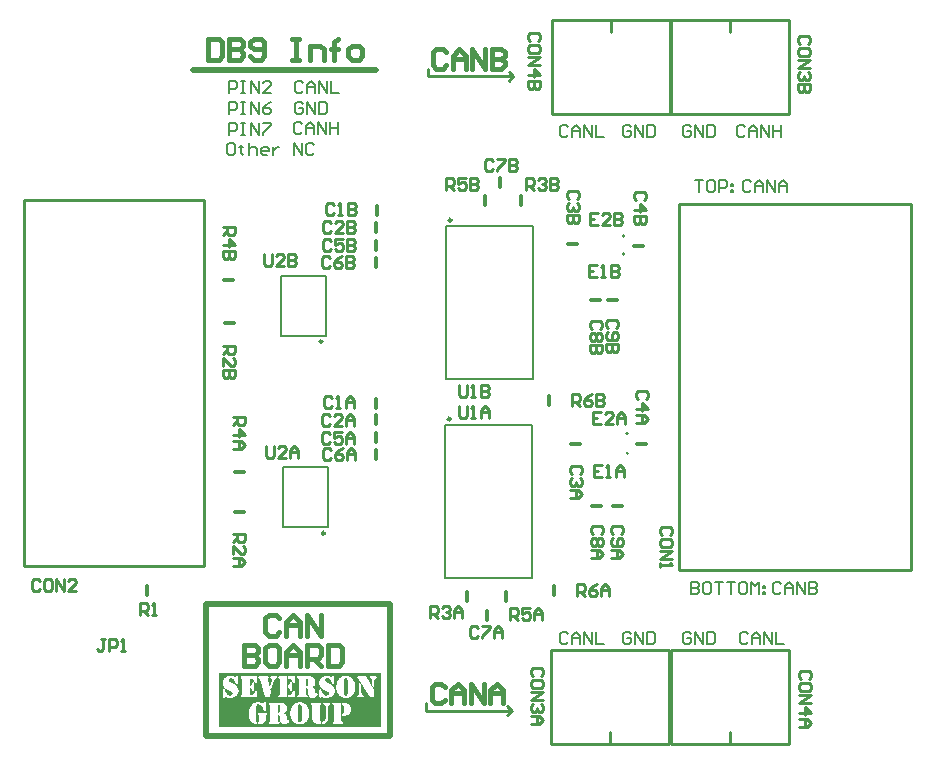
<source format=gto>
G04*
G04 #@! TF.GenerationSoftware,Altium Limited,Altium Designer,20.1.8 (145)*
G04*
G04 Layer_Color=65535*
%FSLAX25Y25*%
%MOIN*%
G70*
G04*
G04 #@! TF.SameCoordinates,D3287E22-0F69-463A-97E5-025C8055979C*
G04*
G04*
G04 #@! TF.FilePolarity,Positive*
G04*
G01*
G75*
%ADD10C,0.00984*%
%ADD11C,0.00600*%
%ADD12C,0.01200*%
%ADD13C,0.01000*%
%ADD14C,0.02000*%
%ADD15C,0.00500*%
%ADD16C,0.00800*%
%ADD17C,0.01500*%
G36*
X319000Y151715D02*
Y142000D01*
X265000D01*
Y151715D01*
Y160000D01*
X319000D01*
Y151715D01*
D02*
G37*
%LPC*%
G36*
X290346Y158946D02*
X288089D01*
Y158148D01*
X288321Y158113D01*
X288517Y158067D01*
X288691Y158009D01*
X288830Y157940D01*
X288946Y157882D01*
X289015Y157836D01*
X289073Y157801D01*
X289084Y157789D01*
X289212Y157674D01*
X289316Y157546D01*
X289408Y157407D01*
X289478Y157269D01*
X289536Y157141D01*
X289582Y157049D01*
X289605Y156979D01*
X289617Y156968D01*
Y156956D01*
X289663Y156841D01*
X289698Y156771D01*
X289732Y156725D01*
X289744Y156713D01*
X289813Y156679D01*
X289894Y156667D01*
X289952Y156655D01*
X289975D01*
X290103Y156667D01*
X290183Y156713D01*
X290241Y156748D01*
X290253Y156760D01*
X290311Y156852D01*
X290334Y156945D01*
X290346Y157014D01*
Y157037D01*
Y157049D01*
Y158946D01*
D02*
G37*
G36*
X277769D02*
X275513D01*
Y158148D01*
X275744Y158113D01*
X275941Y158067D01*
X276114Y158009D01*
X276253Y157940D01*
X276369Y157882D01*
X276438Y157836D01*
X276496Y157801D01*
X276508Y157789D01*
X276635Y157674D01*
X276739Y157546D01*
X276832Y157407D01*
X276901Y157269D01*
X276959Y157141D01*
X277005Y157049D01*
X277028Y156979D01*
X277040Y156968D01*
Y156956D01*
X277086Y156841D01*
X277121Y156771D01*
X277156Y156725D01*
X277167Y156713D01*
X277237Y156679D01*
X277318Y156667D01*
X277376Y156655D01*
X277399D01*
X277526Y156667D01*
X277607Y156713D01*
X277665Y156748D01*
X277676Y156760D01*
X277734Y156852D01*
X277757Y156945D01*
X277769Y157014D01*
Y157037D01*
Y157049D01*
Y158946D01*
D02*
G37*
G36*
X301268Y159050D02*
X301198D01*
Y158310D01*
X301406Y158252D01*
X301591Y158194D01*
X301742Y158125D01*
X301881Y158067D01*
X301973Y158009D01*
X302054Y157974D01*
X302101Y157940D01*
X302112Y157928D01*
X302182Y157801D01*
X302251Y157685D01*
X302297Y157581D01*
X302344Y157500D01*
X302390Y157431D01*
X302413Y157373D01*
X302436Y157338D01*
Y157326D01*
X302517Y157141D01*
X302575Y156991D01*
X302598Y156922D01*
X302610Y156875D01*
X302621Y156841D01*
Y156829D01*
X302644Y156748D01*
X302656Y156679D01*
X302679Y156632D01*
Y156621D01*
X302714Y156574D01*
X302737Y156540D01*
X302760Y156517D01*
X302772Y156505D01*
X302864Y156447D01*
X302957Y156424D01*
X303015Y156412D01*
X303038D01*
X303107Y156424D01*
X303165Y156436D01*
X303258Y156482D01*
X303315Y156517D01*
X303339Y156540D01*
X303408Y156644D01*
X303443Y156748D01*
X303454Y156783D01*
Y156817D01*
Y156841D01*
Y156852D01*
Y158518D01*
X303443Y158680D01*
X303408Y158796D01*
X303397Y158842D01*
X303373Y158877D01*
X303362Y158888D01*
Y158900D01*
X303327Y158946D01*
X303281Y158981D01*
X303188Y159027D01*
X303107Y159039D01*
X303073D01*
X303015Y159027D01*
X302957Y159016D01*
X302864Y158958D01*
X302806Y158888D01*
X302783Y158877D01*
Y158865D01*
X302667Y158703D01*
X302587D01*
X302540Y158715D01*
X302506Y158726D01*
X302494D01*
X302355Y158784D01*
X302228Y158831D01*
X302112Y158877D01*
X302020Y158912D01*
X301950Y158935D01*
X301892Y158946D01*
X301858Y158958D01*
X301846D01*
X301753Y158981D01*
X301649Y159004D01*
X301441Y159027D01*
X301337Y159039D01*
X301268Y159050D01*
D02*
G37*
G36*
X269196D02*
X269126D01*
Y158310D01*
X269334Y158252D01*
X269519Y158194D01*
X269670Y158125D01*
X269809Y158067D01*
X269901Y158009D01*
X269982Y157974D01*
X270029Y157940D01*
X270040Y157928D01*
X270110Y157801D01*
X270179Y157685D01*
X270225Y157581D01*
X270271Y157500D01*
X270318Y157431D01*
X270341Y157373D01*
X270364Y157338D01*
Y157326D01*
X270445Y157141D01*
X270503Y156991D01*
X270526Y156922D01*
X270538Y156875D01*
X270549Y156841D01*
Y156829D01*
X270572Y156748D01*
X270584Y156679D01*
X270607Y156632D01*
Y156621D01*
X270642Y156574D01*
X270665Y156540D01*
X270688Y156517D01*
X270700Y156505D01*
X270792Y156447D01*
X270885Y156424D01*
X270943Y156412D01*
X270966D01*
X271035Y156424D01*
X271093Y156436D01*
X271186Y156482D01*
X271243Y156517D01*
X271267Y156540D01*
X271336Y156644D01*
X271371Y156748D01*
X271382Y156783D01*
Y156817D01*
Y156841D01*
Y156852D01*
Y158518D01*
X271371Y158680D01*
X271336Y158796D01*
X271324Y158842D01*
X271301Y158877D01*
X271290Y158888D01*
Y158900D01*
X271255Y158946D01*
X271209Y158981D01*
X271116Y159027D01*
X271035Y159039D01*
X271001D01*
X270943Y159027D01*
X270885Y159016D01*
X270792Y158958D01*
X270734Y158888D01*
X270711Y158877D01*
Y158865D01*
X270596Y158703D01*
X270514D01*
X270468Y158715D01*
X270433Y158726D01*
X270422D01*
X270283Y158784D01*
X270156Y158831D01*
X270040Y158877D01*
X269948Y158912D01*
X269878Y158935D01*
X269820Y158946D01*
X269786Y158958D01*
X269774D01*
X269682Y158981D01*
X269577Y159004D01*
X269369Y159027D01*
X269265Y159039D01*
X269196Y159050D01*
D02*
G37*
G36*
X317130Y158946D02*
X315823D01*
X315672Y158935D01*
X315557Y158900D01*
X315487Y158865D01*
X315476Y158854D01*
X315464D01*
X315394Y158773D01*
X315360Y158680D01*
X315348Y158611D01*
Y158588D01*
Y158576D01*
X315360Y158495D01*
X315371Y158426D01*
X315383Y158379D01*
X315394Y158368D01*
X315452Y158310D01*
X315510Y158264D01*
X315568Y158229D01*
X315591Y158217D01*
X315695Y158159D01*
X315776Y158102D01*
X315846Y158044D01*
X315892Y157998D01*
X315938Y157940D01*
X315962Y157905D01*
X315985Y157882D01*
Y157870D01*
X316019Y157789D01*
X316054Y157697D01*
X316089Y157500D01*
X316100Y157419D01*
Y157350D01*
Y157303D01*
Y157280D01*
Y155857D01*
X316852Y154874D01*
Y157280D01*
Y157407D01*
X316864Y157512D01*
X316887Y157616D01*
X316899Y157697D01*
X316922Y157766D01*
X316933Y157812D01*
X316945Y157847D01*
Y157859D01*
X316991Y157928D01*
X317038Y157986D01*
X317153Y158090D01*
X317199Y158125D01*
X317246Y158148D01*
X317269Y158171D01*
X317281D01*
X317350Y158206D01*
X317408Y158240D01*
X317500Y158298D01*
X317547Y158333D01*
X317558Y158345D01*
X317604Y158414D01*
X317616Y158484D01*
X317628Y158541D01*
Y158564D01*
X317616Y158669D01*
X317581Y158738D01*
X317547Y158784D01*
X317535Y158796D01*
X317477Y158842D01*
X317408Y158888D01*
X317257Y158923D01*
X317188Y158935D01*
X317130Y158946D01*
D02*
G37*
G36*
X284040D02*
X282709D01*
X282547Y158935D01*
X282432Y158900D01*
X282385Y158877D01*
X282351Y158854D01*
X282339Y158842D01*
X282328D01*
X282281Y158807D01*
X282246Y158761D01*
X282212Y158669D01*
X282189Y158588D01*
Y158564D01*
Y158553D01*
X282200Y158460D01*
X282223Y158391D01*
X282270Y158321D01*
X282316Y158275D01*
X282351Y158240D01*
X282397Y158217D01*
X282420Y158206D01*
X282432D01*
X282594Y158148D01*
X282686Y158090D01*
X282756Y158032D01*
X282802Y157986D01*
X282813Y157974D01*
Y157963D01*
X282837Y157882D01*
X282860Y157824D01*
Y157778D01*
Y157766D01*
Y157743D01*
X282848Y157720D01*
X282825Y157639D01*
X282813Y157570D01*
X282802Y157546D01*
Y157535D01*
X282212Y155383D01*
X282582Y154330D01*
X283473Y157280D01*
X283519Y157407D01*
X283554Y157523D01*
X283600Y157616D01*
X283635Y157697D01*
X283670Y157755D01*
X283693Y157801D01*
X283704Y157824D01*
X283716Y157836D01*
X283762Y157905D01*
X283820Y157963D01*
X283866Y158009D01*
X283901Y158044D01*
X283959Y158090D01*
X283982Y158102D01*
X284202Y158217D01*
X284306Y158275D01*
X284387Y158321D01*
X284422Y158356D01*
X284433Y158368D01*
X284468Y158437D01*
X284479Y158507D01*
X284491Y158553D01*
Y158576D01*
X284479Y158645D01*
X284468Y158703D01*
X284399Y158796D01*
X284341Y158854D01*
X284317Y158877D01*
X284306D01*
X284260Y158900D01*
X284213Y158923D01*
X284098Y158935D01*
X284040Y158946D01*
D02*
G37*
G36*
X289131Y156956D02*
X289096D01*
X288992Y156945D01*
X288911Y156910D01*
X288864Y156864D01*
X288841Y156852D01*
X288784Y156760D01*
X288737Y156655D01*
X288726Y156609D01*
X288714Y156574D01*
X288703Y156551D01*
Y156540D01*
X288679Y156447D01*
X288645Y156366D01*
X288622Y156297D01*
X288587Y156227D01*
X288564Y156181D01*
X288541Y156146D01*
X288529Y156135D01*
X288517Y156123D01*
X288460Y156065D01*
X288390Y156008D01*
X288240Y155915D01*
X288170Y155869D01*
X288124Y155834D01*
X288078Y155822D01*
X288066Y155811D01*
Y155082D01*
X288170Y155047D01*
X288251Y155013D01*
X288332Y154978D01*
X288390Y154931D01*
X288436Y154897D01*
X288471Y154862D01*
X288483Y154850D01*
X288494Y154839D01*
X288541Y154770D01*
X288587Y154700D01*
X288656Y154538D01*
X288679Y154469D01*
X288703Y154411D01*
X288714Y154365D01*
Y154353D01*
X288760Y154226D01*
X288807Y154133D01*
X288841Y154087D01*
X288853Y154064D01*
X288934Y154006D01*
X289015Y153983D01*
X289084Y153971D01*
X289107D01*
X289177Y153983D01*
X289246Y153994D01*
X289327Y154041D01*
X289385Y154075D01*
X289397Y154098D01*
X289420Y154156D01*
X289443Y154214D01*
X289466Y154341D01*
X289478Y154399D01*
Y154446D01*
Y154480D01*
Y154492D01*
Y156412D01*
Y156505D01*
X289466Y156574D01*
X289455Y156632D01*
Y156679D01*
X289443Y156713D01*
X289432Y156736D01*
X289420Y156760D01*
X289385Y156829D01*
X289339Y156875D01*
X289281Y156910D01*
X289223Y156933D01*
X289177Y156945D01*
X289131Y156956D01*
D02*
G37*
G36*
X276554D02*
X276519D01*
X276415Y156945D01*
X276334Y156910D01*
X276288Y156864D01*
X276265Y156852D01*
X276207Y156760D01*
X276161Y156655D01*
X276149Y156609D01*
X276137Y156574D01*
X276126Y156551D01*
Y156540D01*
X276103Y156447D01*
X276068Y156366D01*
X276045Y156297D01*
X276010Y156227D01*
X275987Y156181D01*
X275964Y156146D01*
X275952Y156135D01*
X275941Y156123D01*
X275883Y156065D01*
X275814Y156008D01*
X275663Y155915D01*
X275594Y155869D01*
X275548Y155834D01*
X275501Y155822D01*
X275490Y155811D01*
Y155082D01*
X275594Y155047D01*
X275675Y155013D01*
X275756Y154978D01*
X275814Y154931D01*
X275860Y154897D01*
X275895Y154862D01*
X275906Y154850D01*
X275918Y154839D01*
X275964Y154770D01*
X276010Y154700D01*
X276080Y154538D01*
X276103Y154469D01*
X276126Y154411D01*
X276137Y154365D01*
Y154353D01*
X276184Y154226D01*
X276230Y154133D01*
X276265Y154087D01*
X276276Y154064D01*
X276357Y154006D01*
X276438Y153983D01*
X276508Y153971D01*
X276531D01*
X276600Y153983D01*
X276670Y153994D01*
X276751Y154041D01*
X276809Y154075D01*
X276820Y154098D01*
X276843Y154156D01*
X276866Y154214D01*
X276890Y154341D01*
X276901Y154399D01*
Y154446D01*
Y154480D01*
Y154492D01*
Y156412D01*
Y156505D01*
X276890Y156574D01*
X276878Y156632D01*
Y156679D01*
X276866Y156713D01*
X276855Y156736D01*
X276843Y156760D01*
X276809Y156829D01*
X276762Y156875D01*
X276705Y156910D01*
X276647Y156933D01*
X276600Y156945D01*
X276554Y156956D01*
D02*
G37*
G36*
X314110Y158946D02*
X311704D01*
X311588Y158935D01*
X311507D01*
X311438Y158923D01*
X311391Y158912D01*
X311357D01*
X311333Y158900D01*
X311264Y158854D01*
X311218Y158807D01*
X311183Y158773D01*
X311172Y158750D01*
X311137Y158680D01*
X311125Y158611D01*
X311114Y158564D01*
Y158541D01*
X311125Y158460D01*
X311148Y158391D01*
X311160Y158345D01*
X311172Y158333D01*
X311229Y158275D01*
X311287Y158240D01*
X311333Y158217D01*
X311345Y158206D01*
X311495Y158148D01*
X311576Y158113D01*
X311634Y158079D01*
X311669Y158055D01*
X311681Y158044D01*
X311704Y158021D01*
X311727Y157986D01*
X311785Y157905D01*
X311831Y157836D01*
X311842Y157812D01*
Y157801D01*
X315290Y151854D01*
X316852D01*
Y154203D01*
X314110Y158946D01*
D02*
G37*
G36*
X311831Y157165D02*
Y153474D01*
X311819Y153254D01*
X311773Y153069D01*
X311715Y152918D01*
X311657Y152803D01*
X311588Y152710D01*
X311530Y152652D01*
X311484Y152618D01*
X311472Y152606D01*
X311391Y152560D01*
X311310Y152525D01*
X311264Y152490D01*
X311218Y152467D01*
X311183Y152444D01*
X311160Y152421D01*
X311148Y152409D01*
X311114Y152351D01*
X311102Y152282D01*
X311090Y152236D01*
Y152213D01*
X311102Y152155D01*
X311114Y152097D01*
X311183Y152004D01*
X311264Y151946D01*
X311368Y151900D01*
X311472Y151877D01*
X311565Y151865D01*
X311623Y151854D01*
X312919D01*
X313000Y151865D01*
X313069Y151877D01*
X313115Y151900D01*
X313161Y151912D01*
X313185Y151923D01*
X313208Y151935D01*
X313254Y151981D01*
X313300Y152027D01*
X313335Y152120D01*
X313358Y152189D01*
Y152201D01*
Y152213D01*
X313347Y152282D01*
X313323Y152351D01*
X313266Y152444D01*
X313196Y152502D01*
X313173Y152525D01*
X313161D01*
X313011Y152606D01*
X312872Y152710D01*
X312768Y152814D01*
X312733Y152860D01*
X312710Y152895D01*
X312687Y152918D01*
Y152930D01*
X312652Y153011D01*
X312629Y153103D01*
X312595Y153277D01*
Y153358D01*
X312583Y153416D01*
Y153462D01*
Y153474D01*
Y156193D01*
X311831Y157165D01*
D02*
G37*
G36*
X294071Y158946D02*
X291572D01*
X291422Y158935D01*
X291317Y158900D01*
X291248Y158854D01*
X291236Y158842D01*
X291225D01*
X291178Y158807D01*
X291155Y158761D01*
X291109Y158680D01*
X291097Y158611D01*
Y158576D01*
X291109Y158472D01*
X291144Y158391D01*
X291178Y158333D01*
X291236Y158287D01*
X291283Y158252D01*
X291317Y158229D01*
X291352Y158206D01*
X291364D01*
X291410Y158183D01*
X291456Y158171D01*
X291502Y158148D01*
X291526Y158136D01*
X291549Y158125D01*
X291560Y158113D01*
X291583Y158055D01*
X291607Y157998D01*
Y157940D01*
Y157928D01*
Y157917D01*
Y152872D01*
X291595Y152779D01*
X291583Y152722D01*
X291572Y152687D01*
X291560Y152675D01*
X291537Y152652D01*
X291526Y152641D01*
X291514D01*
X291491Y152629D01*
X291445Y152618D01*
X291387Y152594D01*
X291375Y152583D01*
X291364D01*
X291271Y152536D01*
X291213Y152490D01*
X291167Y152421D01*
X291132Y152363D01*
X291109Y152305D01*
X291097Y152259D01*
Y152213D01*
X291109Y152143D01*
X291121Y152097D01*
X291167Y152004D01*
X291202Y151958D01*
X291225Y151935D01*
X291329Y151889D01*
X291445Y151865D01*
X291491Y151854D01*
X294221D01*
X294291Y151865D01*
X294360Y151877D01*
X294407Y151889D01*
X294453Y151900D01*
X294476Y151912D01*
X294499Y151923D01*
X294568Y151970D01*
X294615Y152016D01*
X294650Y152074D01*
X294673Y152120D01*
X294696Y152189D01*
Y152213D01*
Y152224D01*
X294684Y152328D01*
X294638Y152409D01*
X294580Y152479D01*
X294511Y152525D01*
X294430Y152560D01*
X294372Y152594D01*
X294326Y152606D01*
X294314D01*
X294233Y152629D01*
X294187Y152641D01*
X294175Y152652D01*
X294164D01*
X294141Y152664D01*
X294117Y152687D01*
X294106Y152710D01*
X294094Y152722D01*
X294083Y152733D01*
Y152756D01*
X294071Y152826D01*
Y152884D01*
Y152895D01*
Y152907D01*
Y158946D01*
D02*
G37*
G36*
X290079Y154214D02*
X290045D01*
X289941Y154203D01*
X289871Y154179D01*
X289813Y154145D01*
X289802Y154133D01*
X289744Y154052D01*
X289698Y153960D01*
X289674Y153890D01*
X289663Y153867D01*
Y153856D01*
X289617Y153740D01*
X289582Y153647D01*
X289536Y153566D01*
X289501Y153485D01*
X289466Y153439D01*
X289443Y153393D01*
X289432Y153369D01*
X289420Y153358D01*
X289327Y153219D01*
X289223Y153103D01*
X289177Y153057D01*
X289142Y153022D01*
X289119Y152999D01*
X289107Y152988D01*
X288957Y152872D01*
X288830Y152791D01*
X288772Y152768D01*
X288737Y152745D01*
X288714Y152733D01*
X288703D01*
X288622Y152699D01*
X288529Y152675D01*
X288332Y152629D01*
X288240Y152606D01*
X288170Y152594D01*
X288124Y152583D01*
X288101D01*
Y151854D01*
X290415D01*
Y153728D01*
X290403Y153879D01*
X290369Y153994D01*
X290334Y154064D01*
X290322Y154087D01*
X290288Y154133D01*
X290241Y154156D01*
X290149Y154203D01*
X290079Y154214D01*
D02*
G37*
G36*
X287870Y158946D02*
X285370D01*
X285220Y158935D01*
X285116Y158900D01*
X285046Y158854D01*
X285035Y158842D01*
X285023D01*
X284977Y158807D01*
X284954Y158761D01*
X284908Y158680D01*
X284896Y158611D01*
Y158576D01*
X284908Y158472D01*
X284942Y158391D01*
X284977Y158333D01*
X285035Y158287D01*
X285081Y158252D01*
X285116Y158229D01*
X285151Y158206D01*
X285162D01*
X285208Y158183D01*
X285255Y158171D01*
X285301Y158148D01*
X285324Y158136D01*
X285347Y158125D01*
X285359Y158113D01*
X285382Y158055D01*
X285405Y157998D01*
Y157940D01*
Y157928D01*
Y157917D01*
Y152872D01*
X285394Y152779D01*
X285382Y152722D01*
X285370Y152687D01*
X285359Y152675D01*
X285336Y152652D01*
X285324Y152641D01*
X285313D01*
X285289Y152629D01*
X285243Y152618D01*
X285185Y152594D01*
X285174Y152583D01*
X285162D01*
X285070Y152536D01*
X285012Y152490D01*
X284965Y152421D01*
X284931Y152363D01*
X284908Y152305D01*
X284896Y152259D01*
Y152213D01*
X284908Y152143D01*
X284919Y152097D01*
X284965Y152004D01*
X285000Y151958D01*
X285023Y151935D01*
X285127Y151889D01*
X285243Y151865D01*
X285289Y151854D01*
X287870D01*
Y158946D01*
D02*
G37*
G36*
X281194D02*
X278729D01*
X278648Y158935D01*
X278579Y158923D01*
X278521Y158900D01*
X278475Y158888D01*
X278440Y158865D01*
X278428Y158854D01*
X278417D01*
X278359Y158807D01*
X278313Y158750D01*
X278290Y158703D01*
X278266Y158645D01*
X278255Y158599D01*
X278243Y158564D01*
Y158530D01*
X278255Y158426D01*
X278278Y158356D01*
X278301Y158310D01*
X278313Y158298D01*
X278382Y158252D01*
X278463Y158206D01*
X278533Y158171D01*
X278544Y158159D01*
X278556D01*
X278590Y158136D01*
X278613Y158113D01*
X278625Y158102D01*
Y158090D01*
X278648Y158055D01*
X278671Y158009D01*
X278683Y157974D01*
X278695Y157951D01*
X280499Y151854D01*
X282003D01*
X282501Y153717D01*
X281332Y157824D01*
X281321Y157870D01*
Y157917D01*
Y157951D01*
Y157963D01*
Y158021D01*
X281332Y158067D01*
X281344Y158090D01*
Y158102D01*
X281379Y158136D01*
X281425Y158171D01*
X281471Y158183D01*
X281483Y158194D01*
X281564Y158240D01*
X281622Y158298D01*
X281668Y158368D01*
X281691Y158426D01*
X281714Y158484D01*
X281726Y158518D01*
Y158553D01*
Y158564D01*
X281714Y158622D01*
X281703Y158680D01*
X281680Y158715D01*
X281668Y158726D01*
X281633Y158784D01*
X281599Y158831D01*
X281564Y158854D01*
X281552Y158865D01*
X281494Y158900D01*
X281437Y158912D01*
X281390Y158923D01*
X281379D01*
X281344Y158935D01*
X281286D01*
X281194Y158946D01*
D02*
G37*
G36*
X277503Y154214D02*
X277468D01*
X277364Y154203D01*
X277294Y154179D01*
X277237Y154145D01*
X277225Y154133D01*
X277167Y154052D01*
X277121Y153960D01*
X277098Y153890D01*
X277086Y153867D01*
Y153856D01*
X277040Y153740D01*
X277005Y153647D01*
X276959Y153566D01*
X276924Y153485D01*
X276890Y153439D01*
X276866Y153393D01*
X276855Y153369D01*
X276843Y153358D01*
X276751Y153219D01*
X276647Y153103D01*
X276600Y153057D01*
X276566Y153022D01*
X276542Y152999D01*
X276531Y152988D01*
X276380Y152872D01*
X276253Y152791D01*
X276195Y152768D01*
X276161Y152745D01*
X276137Y152733D01*
X276126D01*
X276045Y152699D01*
X275952Y152675D01*
X275756Y152629D01*
X275663Y152606D01*
X275594Y152594D01*
X275548Y152583D01*
X275524D01*
Y151854D01*
X277838D01*
Y153728D01*
X277827Y153879D01*
X277792Y153994D01*
X277757Y154064D01*
X277746Y154087D01*
X277711Y154133D01*
X277665Y154156D01*
X277572Y154203D01*
X277503Y154214D01*
D02*
G37*
G36*
X275293Y158946D02*
X272794D01*
X272643Y158935D01*
X272539Y158900D01*
X272470Y158854D01*
X272458Y158842D01*
X272447D01*
X272400Y158807D01*
X272377Y158761D01*
X272331Y158680D01*
X272319Y158611D01*
Y158576D01*
X272331Y158472D01*
X272366Y158391D01*
X272400Y158333D01*
X272458Y158287D01*
X272505Y158252D01*
X272539Y158229D01*
X272574Y158206D01*
X272586D01*
X272632Y158183D01*
X272678Y158171D01*
X272724Y158148D01*
X272747Y158136D01*
X272771Y158125D01*
X272782Y158113D01*
X272805Y158055D01*
X272829Y157998D01*
Y157940D01*
Y157928D01*
Y157917D01*
Y152872D01*
X272817Y152779D01*
X272805Y152722D01*
X272794Y152687D01*
X272782Y152675D01*
X272759Y152652D01*
X272747Y152641D01*
X272736D01*
X272713Y152629D01*
X272667Y152618D01*
X272609Y152594D01*
X272597Y152583D01*
X272586D01*
X272493Y152536D01*
X272435Y152490D01*
X272389Y152421D01*
X272354Y152363D01*
X272331Y152305D01*
X272319Y152259D01*
Y152213D01*
X272331Y152143D01*
X272343Y152097D01*
X272389Y152004D01*
X272424Y151958D01*
X272447Y151935D01*
X272551Y151889D01*
X272667Y151865D01*
X272713Y151854D01*
X275293D01*
Y158946D01*
D02*
G37*
G36*
X307527Y159074D02*
X307457D01*
Y158356D01*
X307527Y158333D01*
X307585Y158298D01*
X307677Y158264D01*
X307724Y158240D01*
X307735Y158229D01*
X307782Y158183D01*
X307816Y158148D01*
X307839Y158102D01*
X307851Y158090D01*
X307897Y157974D01*
X307920Y157859D01*
X307932Y157801D01*
Y157755D01*
Y157731D01*
Y157720D01*
Y153208D01*
Y153069D01*
X307909Y152953D01*
X307897Y152860D01*
X307874Y152779D01*
X307851Y152722D01*
X307828Y152675D01*
X307816Y152652D01*
X307805Y152641D01*
X307770Y152594D01*
X307735Y152560D01*
X307712Y152548D01*
X307700Y152536D01*
X307677Y152525D01*
X307643Y152513D01*
X307562Y152479D01*
X307492Y152467D01*
X307469Y152455D01*
X307457D01*
Y151727D01*
X307689Y151750D01*
X307920Y151784D01*
X308129Y151831D01*
X308325Y151900D01*
X308510Y151958D01*
X308672Y152039D01*
X308834Y152108D01*
X308973Y152189D01*
X309089Y152259D01*
X309205Y152328D01*
X309297Y152398D01*
X309378Y152455D01*
X309436Y152513D01*
X309482Y152548D01*
X309505Y152571D01*
X309517Y152583D01*
X309702Y152779D01*
X309853Y152999D01*
X309991Y153219D01*
X310107Y153451D01*
X310211Y153682D01*
X310292Y153913D01*
X310362Y154145D01*
X310419Y154365D01*
X310466Y154573D01*
X310489Y154770D01*
X310512Y154943D01*
X310535Y155094D01*
Y155209D01*
X310547Y155302D01*
Y155383D01*
X310535Y155718D01*
X310500Y156031D01*
X310443Y156332D01*
X310385Y156598D01*
X310292Y156864D01*
X310211Y157095D01*
X310107Y157315D01*
X310015Y157500D01*
X309910Y157674D01*
X309806Y157824D01*
X309725Y157951D01*
X309644Y158067D01*
X309575Y158148D01*
X309517Y158206D01*
X309482Y158240D01*
X309471Y158252D01*
X309320Y158391D01*
X309170Y158507D01*
X309019Y158611D01*
X308892Y158692D01*
X308776Y158761D01*
X308684Y158807D01*
X308626Y158831D01*
X308603Y158842D01*
X308418Y158912D01*
X308221Y158969D01*
X308036Y159004D01*
X307851Y159039D01*
X307700Y159050D01*
X307573Y159062D01*
X307527Y159074D01*
D02*
G37*
G36*
X307261D02*
X307018Y159062D01*
X306786Y159027D01*
X306590Y158993D01*
X306428Y158946D01*
X306289Y158912D01*
X306185Y158877D01*
X306127Y158854D01*
X306104Y158842D01*
X305930Y158761D01*
X305768Y158669D01*
X305629Y158564D01*
X305502Y158472D01*
X305386Y158391D01*
X305306Y158321D01*
X305259Y158275D01*
X305236Y158252D01*
X305051Y158044D01*
X304889Y157836D01*
X304750Y157627D01*
X304634Y157431D01*
X304554Y157257D01*
X304519Y157188D01*
X304484Y157130D01*
X304461Y157072D01*
X304449Y157037D01*
X304438Y157014D01*
Y157002D01*
X304357Y156725D01*
X304287Y156447D01*
X304241Y156169D01*
X304218Y155927D01*
X304206Y155811D01*
X304195Y155707D01*
Y155614D01*
X304183Y155533D01*
Y155383D01*
X304195Y155059D01*
X304229Y154746D01*
X304276Y154457D01*
X304345Y154191D01*
X304415Y153937D01*
X304507Y153705D01*
X304588Y153497D01*
X304692Y153312D01*
X304785Y153138D01*
X304877Y152999D01*
X304958Y152872D01*
X305028Y152768D01*
X305097Y152687D01*
X305143Y152629D01*
X305178Y152594D01*
X305190Y152583D01*
X305340Y152444D01*
X305502Y152328D01*
X305676Y152224D01*
X305849Y152131D01*
X306023Y152051D01*
X306196Y151981D01*
X306520Y151865D01*
X306671Y151831D01*
X306810Y151796D01*
X306937Y151773D01*
X307053Y151750D01*
X307134Y151738D01*
X307203D01*
X307249Y151727D01*
X307261D01*
Y152444D01*
X307157Y152479D01*
X307076Y152513D01*
X307018Y152548D01*
X306972Y152583D01*
X306937Y152606D01*
X306914Y152629D01*
X306891Y152652D01*
X306856Y152722D01*
X306833Y152803D01*
X306810Y152988D01*
X306798Y153069D01*
Y153138D01*
Y153184D01*
Y153208D01*
Y157720D01*
Y157812D01*
X306810Y157905D01*
X306821Y157974D01*
X306844Y158032D01*
X306856Y158067D01*
X306868Y158102D01*
X306879Y158125D01*
X306914Y158171D01*
X306972Y158217D01*
X307099Y158287D01*
X307157Y158321D01*
X307215Y158333D01*
X307249Y158356D01*
X307261D01*
Y159074D01*
D02*
G37*
G36*
X301025D02*
X300654Y159039D01*
X300330Y158981D01*
X300053Y158900D01*
X299925Y158865D01*
X299821Y158819D01*
X299717Y158773D01*
X299625Y158738D01*
X299555Y158703D01*
X299497Y158669D01*
X299451Y158634D01*
X299405Y158622D01*
X299393Y158599D01*
X299382D01*
X299220Y158472D01*
X299081Y158345D01*
X298965Y158206D01*
X298861Y158067D01*
X298792Y157951D01*
X298734Y157859D01*
X298699Y157801D01*
X298688Y157789D01*
Y157778D01*
X298606Y157581D01*
X298549Y157384D01*
X298502Y157199D01*
X298479Y157037D01*
X298456Y156887D01*
X298445Y156771D01*
Y156667D01*
X298456Y156447D01*
X298491Y156251D01*
X298537Y156054D01*
X298595Y155869D01*
X298676Y155707D01*
X298757Y155545D01*
X298849Y155406D01*
X298942Y155279D01*
X299035Y155163D01*
X299127Y155059D01*
X299208Y154978D01*
X299289Y154897D01*
X299347Y154839D01*
X299393Y154804D01*
X299428Y154781D01*
X299440Y154770D01*
X299590Y154665D01*
X299729Y154584D01*
X299787Y154550D01*
X299833Y154526D01*
X299856Y154503D01*
X299868D01*
X299972Y154457D01*
X300099Y154399D01*
X300249Y154330D01*
X300388Y154260D01*
X300527Y154203D01*
X300631Y154156D01*
X300677Y154133D01*
X300712Y154122D01*
X300724Y154110D01*
X300735D01*
X300921Y154017D01*
X301082Y153948D01*
X301210Y153879D01*
X301314Y153821D01*
X301383Y153774D01*
X301441Y153740D01*
X301464Y153717D01*
X301476Y153705D01*
X301568Y153624D01*
X301626Y153532D01*
X301673Y153451D01*
X301707Y153369D01*
X301730Y153300D01*
X301742Y153242D01*
Y153208D01*
Y153196D01*
X301730Y153103D01*
X301719Y153011D01*
X301684Y152930D01*
X301661Y152872D01*
X301626Y152826D01*
X301591Y152791D01*
X301580Y152768D01*
X301568Y152756D01*
X301499Y152699D01*
X301395Y152641D01*
X301187Y152548D01*
X301082Y152513D01*
X301002Y152490D01*
X300944Y152479D01*
X300921Y152467D01*
Y151727D01*
X301082D01*
X301221Y151738D01*
X301360Y151761D01*
X301476Y151773D01*
X301580Y151796D01*
X301649Y151808D01*
X301707Y151819D01*
X301719D01*
X301858Y151854D01*
X301985Y151900D01*
X302112Y151946D01*
X302205Y151981D01*
X302297Y152016D01*
X302355Y152051D01*
X302401Y152062D01*
X302413Y152074D01*
X302621Y152201D01*
X302806Y152351D01*
X302968Y152502D01*
X303096Y152641D01*
X303200Y152768D01*
X303281Y152872D01*
X303327Y152942D01*
X303339Y152953D01*
Y152965D01*
X303454Y153184D01*
X303535Y153393D01*
X303605Y153601D01*
X303639Y153798D01*
X303663Y153960D01*
X303686Y154087D01*
Y154203D01*
X303674Y154365D01*
X303651Y154526D01*
X303616Y154689D01*
X303570Y154827D01*
X303454Y155105D01*
X303327Y155336D01*
X303258Y155441D01*
X303200Y155522D01*
X303130Y155603D01*
X303084Y155672D01*
X303038Y155718D01*
X303003Y155753D01*
X302980Y155776D01*
X302968Y155788D01*
X302910Y155869D01*
X302853Y155938D01*
X302714Y156065D01*
X302656Y156112D01*
X302610Y156146D01*
X302575Y156158D01*
X302563Y156169D01*
X302459Y156227D01*
X302344Y156297D01*
X302228Y156355D01*
X302112Y156412D01*
X302008Y156470D01*
X301927Y156505D01*
X301869Y156528D01*
X301846Y156540D01*
X301719Y156598D01*
X301591Y156644D01*
X301395Y156736D01*
X301221Y156817D01*
X301094Y156875D01*
X301002Y156922D01*
X300944Y156956D01*
X300909Y156979D01*
X300897D01*
X300805Y157037D01*
X300724Y157095D01*
X300654Y157141D01*
X300596Y157188D01*
X300550Y157234D01*
X300527Y157269D01*
X300516Y157280D01*
X300504Y157292D01*
X300434Y157431D01*
X300400Y157558D01*
Y157604D01*
X300388Y157650D01*
Y157674D01*
Y157685D01*
X300400Y157766D01*
X300411Y157836D01*
X300458Y157951D01*
X300481Y157998D01*
X300504Y158032D01*
X300527Y158044D01*
Y158055D01*
X300585Y158113D01*
X300666Y158159D01*
X300828Y158240D01*
X300909Y158275D01*
X300967Y158298D01*
X301013Y158310D01*
X301025D01*
Y159074D01*
D02*
G37*
G36*
X298838Y154596D02*
X298757D01*
X298711Y154573D01*
X298618Y154526D01*
X298572Y154480D01*
X298549Y154469D01*
Y154457D01*
X298491Y154353D01*
X298456Y154249D01*
Y154214D01*
X298445Y154179D01*
Y152224D01*
X298456Y152143D01*
X298502Y152004D01*
X298560Y151912D01*
X298641Y151854D01*
X298711Y151808D01*
X298768Y151796D01*
X298815Y151784D01*
X298826D01*
X298884Y151796D01*
X298942Y151808D01*
X299023Y151854D01*
X299081Y151900D01*
X299104Y151923D01*
X299173Y152004D01*
X299208Y152051D01*
X299231Y152074D01*
X299266Y152085D01*
X299301Y152097D01*
X299370D01*
X299405Y152085D01*
X299428Y152074D01*
X299440Y152062D01*
X299509Y152039D01*
X299590Y152004D01*
X299659Y151970D01*
X299671Y151958D01*
X299682D01*
X299879Y151877D01*
X300076Y151819D01*
X300249Y151784D01*
X300411Y151761D01*
X300550Y151738D01*
X300666Y151727D01*
X300759D01*
Y152479D01*
X300596Y152513D01*
X300458Y152548D01*
X300342Y152594D01*
X300238Y152641D01*
X300168Y152675D01*
X300111Y152710D01*
X300076Y152722D01*
X300064Y152733D01*
X299949Y152860D01*
X299845Y152976D01*
X299763Y153092D01*
X299682Y153208D01*
X299613Y153289D01*
X299567Y153369D01*
X299544Y153416D01*
X299532Y153427D01*
X299393Y153705D01*
X299347Y153844D01*
X299301Y153971D01*
X299266Y154075D01*
X299243Y154156D01*
X299220Y154203D01*
Y154226D01*
X299173Y154353D01*
X299127Y154434D01*
X299081Y154492D01*
X299069Y154503D01*
X299000Y154561D01*
X298907Y154584D01*
X298838Y154596D01*
D02*
G37*
G36*
X268953Y159074D02*
X268582Y159039D01*
X268258Y158981D01*
X267981Y158900D01*
X267853Y158865D01*
X267749Y158819D01*
X267645Y158773D01*
X267553Y158738D01*
X267483Y158703D01*
X267425Y158669D01*
X267379Y158634D01*
X267333Y158622D01*
X267321Y158599D01*
X267310D01*
X267148Y158472D01*
X267009Y158345D01*
X266893Y158206D01*
X266789Y158067D01*
X266720Y157951D01*
X266662Y157859D01*
X266627Y157801D01*
X266615Y157789D01*
Y157778D01*
X266534Y157581D01*
X266477Y157384D01*
X266430Y157199D01*
X266407Y157037D01*
X266384Y156887D01*
X266372Y156771D01*
Y156667D01*
X266384Y156447D01*
X266419Y156251D01*
X266465Y156054D01*
X266523Y155869D01*
X266604Y155707D01*
X266685Y155545D01*
X266777Y155406D01*
X266870Y155279D01*
X266963Y155163D01*
X267055Y155059D01*
X267136Y154978D01*
X267217Y154897D01*
X267275Y154839D01*
X267321Y154804D01*
X267356Y154781D01*
X267368Y154770D01*
X267518Y154665D01*
X267657Y154584D01*
X267715Y154550D01*
X267761Y154526D01*
X267784Y154503D01*
X267796D01*
X267900Y154457D01*
X268027Y154399D01*
X268177Y154330D01*
X268316Y154260D01*
X268455Y154203D01*
X268559Y154156D01*
X268605Y154133D01*
X268640Y154122D01*
X268652Y154110D01*
X268663D01*
X268848Y154017D01*
X269010Y153948D01*
X269138Y153879D01*
X269242Y153821D01*
X269311Y153774D01*
X269369Y153740D01*
X269392Y153717D01*
X269404Y153705D01*
X269496Y153624D01*
X269554Y153532D01*
X269601Y153451D01*
X269635Y153369D01*
X269658Y153300D01*
X269670Y153242D01*
Y153208D01*
Y153196D01*
X269658Y153103D01*
X269647Y153011D01*
X269612Y152930D01*
X269589Y152872D01*
X269554Y152826D01*
X269519Y152791D01*
X269508Y152768D01*
X269496Y152756D01*
X269427Y152699D01*
X269323Y152641D01*
X269114Y152548D01*
X269010Y152513D01*
X268929Y152490D01*
X268872Y152479D01*
X268848Y152467D01*
Y151727D01*
X269010D01*
X269149Y151738D01*
X269288Y151761D01*
X269404Y151773D01*
X269508Y151796D01*
X269577Y151808D01*
X269635Y151819D01*
X269647D01*
X269786Y151854D01*
X269913Y151900D01*
X270040Y151946D01*
X270133Y151981D01*
X270225Y152016D01*
X270283Y152051D01*
X270329Y152062D01*
X270341Y152074D01*
X270549Y152201D01*
X270734Y152351D01*
X270896Y152502D01*
X271024Y152641D01*
X271128Y152768D01*
X271209Y152872D01*
X271255Y152942D01*
X271267Y152953D01*
Y152965D01*
X271382Y153184D01*
X271463Y153393D01*
X271533Y153601D01*
X271567Y153798D01*
X271590Y153960D01*
X271614Y154087D01*
Y154203D01*
X271602Y154365D01*
X271579Y154526D01*
X271544Y154689D01*
X271498Y154827D01*
X271382Y155105D01*
X271255Y155336D01*
X271186Y155441D01*
X271128Y155522D01*
X271058Y155603D01*
X271012Y155672D01*
X270966Y155718D01*
X270931Y155753D01*
X270908Y155776D01*
X270896Y155788D01*
X270838Y155869D01*
X270781Y155938D01*
X270642Y156065D01*
X270584Y156112D01*
X270538Y156146D01*
X270503Y156158D01*
X270491Y156169D01*
X270387Y156227D01*
X270271Y156297D01*
X270156Y156355D01*
X270040Y156412D01*
X269936Y156470D01*
X269855Y156505D01*
X269797Y156528D01*
X269774Y156540D01*
X269647Y156598D01*
X269519Y156644D01*
X269323Y156736D01*
X269149Y156817D01*
X269022Y156875D01*
X268929Y156922D01*
X268872Y156956D01*
X268837Y156979D01*
X268825D01*
X268733Y157037D01*
X268652Y157095D01*
X268582Y157141D01*
X268525Y157188D01*
X268478Y157234D01*
X268455Y157269D01*
X268443Y157280D01*
X268432Y157292D01*
X268362Y157431D01*
X268328Y157558D01*
Y157604D01*
X268316Y157650D01*
Y157674D01*
Y157685D01*
X268328Y157766D01*
X268339Y157836D01*
X268386Y157951D01*
X268409Y157998D01*
X268432Y158032D01*
X268455Y158044D01*
Y158055D01*
X268513Y158113D01*
X268594Y158159D01*
X268756Y158240D01*
X268837Y158275D01*
X268895Y158298D01*
X268941Y158310D01*
X268953D01*
Y159074D01*
D02*
G37*
G36*
X266766Y154596D02*
X266685D01*
X266639Y154573D01*
X266546Y154526D01*
X266500Y154480D01*
X266477Y154469D01*
Y154457D01*
X266419Y154353D01*
X266384Y154249D01*
Y154214D01*
X266372Y154179D01*
Y152224D01*
X266384Y152143D01*
X266430Y152004D01*
X266488Y151912D01*
X266569Y151854D01*
X266639Y151808D01*
X266696Y151796D01*
X266743Y151784D01*
X266754D01*
X266812Y151796D01*
X266870Y151808D01*
X266951Y151854D01*
X267009Y151900D01*
X267032Y151923D01*
X267101Y152004D01*
X267136Y152051D01*
X267159Y152074D01*
X267194Y152085D01*
X267229Y152097D01*
X267298D01*
X267333Y152085D01*
X267356Y152074D01*
X267368Y152062D01*
X267437Y152039D01*
X267518Y152004D01*
X267587Y151970D01*
X267599Y151958D01*
X267610D01*
X267807Y151877D01*
X268004Y151819D01*
X268177Y151784D01*
X268339Y151761D01*
X268478Y151738D01*
X268594Y151727D01*
X268687D01*
Y152479D01*
X268525Y152513D01*
X268386Y152548D01*
X268270Y152594D01*
X268166Y152641D01*
X268096Y152675D01*
X268039Y152710D01*
X268004Y152722D01*
X267992Y152733D01*
X267877Y152860D01*
X267772Y152976D01*
X267691Y153092D01*
X267610Y153208D01*
X267541Y153289D01*
X267495Y153369D01*
X267472Y153416D01*
X267460Y153427D01*
X267321Y153705D01*
X267275Y153844D01*
X267229Y153971D01*
X267194Y154075D01*
X267171Y154156D01*
X267148Y154203D01*
Y154226D01*
X267101Y154353D01*
X267055Y154434D01*
X267009Y154492D01*
X266997Y154503D01*
X266928Y154561D01*
X266835Y154584D01*
X266766Y154596D01*
D02*
G37*
G36*
X294800Y158946D02*
X294233D01*
Y158194D01*
X294360Y158159D01*
X294464Y158113D01*
X294545Y158079D01*
X294615Y158044D01*
X294650Y158009D01*
X294684Y157986D01*
X294707Y157974D01*
Y157963D01*
X294742Y157905D01*
X294765Y157847D01*
X294800Y157708D01*
X294812Y157650D01*
Y157604D01*
Y157570D01*
Y157558D01*
Y156216D01*
Y156077D01*
X294800Y155984D01*
X294788Y155938D01*
X294777Y155915D01*
X294742Y155845D01*
X294696Y155776D01*
X294650Y155730D01*
X294638Y155707D01*
X294603Y155695D01*
X294557Y155672D01*
X294430Y155649D01*
X294360Y155637D01*
X294302Y155626D01*
X294268Y155614D01*
X294256D01*
Y154897D01*
X294360Y154885D01*
X294453Y154850D01*
X294522Y154827D01*
X294580Y154793D01*
X294626Y154770D01*
X294650Y154746D01*
X294673Y154735D01*
Y154723D01*
X294742Y154619D01*
X294777Y154515D01*
X294788Y154480D01*
X294800Y154446D01*
Y154422D01*
Y154411D01*
Y154388D01*
X294812Y154353D01*
Y154249D01*
Y154191D01*
Y154156D01*
Y154122D01*
Y154110D01*
Y153254D01*
X294823Y152999D01*
X294869Y152779D01*
X294939Y152583D01*
X295008Y152421D01*
X295078Y152294D01*
X295147Y152201D01*
X295193Y152143D01*
X295205Y152120D01*
X295367Y151981D01*
X295552Y151889D01*
X295737Y151819D01*
X295922Y151761D01*
X296084Y151738D01*
X296212Y151727D01*
X296258Y151715D01*
X296454D01*
X296570Y151727D01*
X296674Y151738D01*
X296755Y151761D01*
X296825Y151773D01*
X296883Y151784D01*
X296917Y151796D01*
X296929D01*
X297114Y151865D01*
X297195Y151900D01*
X297276Y151946D01*
X297334Y151981D01*
X297380Y152016D01*
X297403Y152027D01*
X297415Y152039D01*
X297577Y152189D01*
X297704Y152328D01*
X297750Y152386D01*
X297797Y152432D01*
X297808Y152467D01*
X297820Y152479D01*
X297878Y152571D01*
X297912Y152652D01*
X297959Y152779D01*
X297970Y152837D01*
X297982Y152872D01*
Y152953D01*
X297959Y152999D01*
X297924Y153080D01*
X297878Y153138D01*
X297866Y153161D01*
X297854D01*
X297808Y153208D01*
X297762Y153231D01*
X297681Y153277D01*
X297623Y153289D01*
X297600D01*
X297531Y153277D01*
X297473Y153254D01*
X297357Y153173D01*
X297311Y153127D01*
X297276Y153092D01*
X297264Y153069D01*
X297253Y153057D01*
X297218Y153022D01*
Y153034D01*
Y153046D01*
Y153057D01*
Y154110D01*
Y154203D01*
X297195Y154295D01*
X297183Y154376D01*
X297160Y154446D01*
X297137Y154515D01*
X297114Y154561D01*
X297102Y154584D01*
X297091Y154596D01*
X296975Y154770D01*
X296859Y154897D01*
X296801Y154955D01*
X296755Y154989D01*
X296732Y155013D01*
X296721Y155024D01*
X296559Y155128D01*
X296408Y155198D01*
X296339Y155232D01*
X296292Y155255D01*
X296258Y155267D01*
X296246D01*
X296038Y155325D01*
X295934Y155336D01*
X295830Y155348D01*
X295737Y155360D01*
X295610D01*
X295760Y155371D01*
X295899Y155394D01*
X296015Y155417D01*
X296119Y155441D01*
X296200Y155464D01*
X296258Y155487D01*
X296292Y155510D01*
X296304D01*
X296489Y155614D01*
X296570Y155672D01*
X296640Y155718D01*
X296686Y155764D01*
X296732Y155799D01*
X296755Y155822D01*
X296767Y155834D01*
X296929Y156031D01*
X297044Y156227D01*
X297137Y156436D01*
X297195Y156632D01*
X297230Y156806D01*
X297241Y156887D01*
Y156945D01*
X297253Y157002D01*
Y157037D01*
Y157060D01*
Y157072D01*
X297241Y157246D01*
X297218Y157396D01*
X297183Y157546D01*
X297137Y157685D01*
X297021Y157928D01*
X296894Y158136D01*
X296767Y158287D01*
X296651Y158403D01*
X296605Y158449D01*
X296570Y158472D01*
X296547Y158495D01*
X296535D01*
X296350Y158611D01*
X296165Y158703D01*
X295980Y158773D01*
X295807Y158831D01*
X295656Y158865D01*
X295540Y158888D01*
X295494D01*
X295459Y158900D01*
X295436D01*
X295274Y158912D01*
X295112Y158923D01*
X294950Y158935D01*
X294800Y158946D01*
D02*
G37*
G36*
X280418Y150297D02*
X280384D01*
X280314Y150285D01*
X280256Y150273D01*
X280164Y150216D01*
X280095Y150146D01*
X280083Y150135D01*
X280071Y150123D01*
X280037Y150065D01*
X280002Y150019D01*
X279956Y149961D01*
X279944Y149938D01*
X279932Y149926D01*
X279886Y149915D01*
X279863D01*
X279817Y149926D01*
X279759Y149938D01*
X279724Y149950D01*
X279701Y149961D01*
X279470Y150042D01*
X279215Y150111D01*
X278961Y150169D01*
X278718Y150216D01*
X278509Y150250D01*
X278417Y150262D01*
X278336Y150273D01*
X278266D01*
X278220Y150285D01*
X278174D01*
Y149533D01*
X278336Y149521D01*
X278475Y149498D01*
X278590Y149475D01*
X278683Y149452D01*
X278764Y149429D01*
X278810Y149417D01*
X278845Y149394D01*
X278856D01*
X278949Y149348D01*
X279042Y149290D01*
X279192Y149174D01*
X279261Y149116D01*
X279308Y149070D01*
X279342Y149035D01*
X279354Y149024D01*
X279400Y148943D01*
X279447Y148862D01*
X279551Y148688D01*
X279585Y148607D01*
X279620Y148538D01*
X279643Y148492D01*
X279655Y148480D01*
X279724Y148353D01*
X279782Y148225D01*
X279828Y148121D01*
X279863Y148029D01*
X279886Y147948D01*
X279909Y147890D01*
X279921Y147855D01*
Y147844D01*
X279944Y147763D01*
X279979Y147682D01*
X280002Y147624D01*
X280025Y147578D01*
X280071Y147520D01*
X280083Y147497D01*
X280164Y147439D01*
X280256Y147416D01*
X280326Y147404D01*
X280361D01*
X280499Y147427D01*
X280592Y147474D01*
X280661Y147555D01*
X280719Y147647D01*
X280742Y147728D01*
X280754Y147809D01*
X280766Y147855D01*
Y147878D01*
Y149845D01*
X280754Y149984D01*
X280719Y150088D01*
X280684Y150146D01*
X280673Y150169D01*
X280638Y150216D01*
X280592Y150239D01*
X280499Y150285D01*
X280453D01*
X280418Y150297D01*
D02*
G37*
G36*
X306266Y150158D02*
X306069D01*
Y149406D01*
X306173Y149394D01*
X306254Y149371D01*
X306335Y149348D01*
X306382Y149325D01*
X306428Y149302D01*
X306451Y149278D01*
X306474Y149267D01*
X306543Y149197D01*
X306578Y149140D01*
X306601Y149093D01*
X306613Y149070D01*
X306625Y149035D01*
X306636Y148978D01*
X306648Y148885D01*
Y148827D01*
Y148793D01*
Y148769D01*
Y148758D01*
Y147150D01*
Y147045D01*
X306636Y146941D01*
X306625Y146860D01*
X306601Y146791D01*
X306590Y146745D01*
X306567Y146710D01*
X306555Y146687D01*
Y146675D01*
X306509Y146606D01*
X306474Y146559D01*
X306439Y146536D01*
X306428Y146525D01*
X306393Y146513D01*
X306347Y146490D01*
X306231Y146455D01*
X306185Y146444D01*
X306138Y146432D01*
X306104Y146421D01*
X306092D01*
Y145692D01*
X306289D01*
X306463Y145703D01*
X306636Y145715D01*
X306775Y145726D01*
X306914Y145738D01*
X307029Y145749D01*
X307134Y145773D01*
X307226Y145784D01*
X307307Y145807D01*
X307377Y145819D01*
X307434Y145831D01*
X307481Y145854D01*
X307527Y145865D01*
X307550Y145877D01*
X307828Y145981D01*
X308071Y146108D01*
X308267Y146236D01*
X308429Y146363D01*
X308557Y146478D01*
X308638Y146571D01*
X308696Y146629D01*
X308707Y146652D01*
X308834Y146860D01*
X308927Y147080D01*
X308985Y147300D01*
X309031Y147508D01*
X309054Y147705D01*
X309066Y147774D01*
X309077Y147844D01*
Y147983D01*
X309066Y148237D01*
X309019Y148480D01*
X308962Y148688D01*
X308892Y148862D01*
X308823Y149012D01*
X308765Y149116D01*
X308719Y149186D01*
X308707Y149209D01*
X308568Y149382D01*
X308418Y149533D01*
X308256Y149660D01*
X308105Y149764D01*
X307967Y149845D01*
X307862Y149903D01*
X307816Y149926D01*
X307782Y149938D01*
X307770Y149950D01*
X307758D01*
X307654Y149984D01*
X307539Y150019D01*
X307272Y150065D01*
X306995Y150111D01*
X306717Y150135D01*
X306463Y150146D01*
X306358D01*
X306266Y150158D01*
D02*
G37*
G36*
X305884D02*
X303385D01*
X303235Y150146D01*
X303130Y150111D01*
X303061Y150065D01*
X303049Y150054D01*
X303038D01*
X302992Y150019D01*
X302968Y149973D01*
X302922Y149892D01*
X302910Y149822D01*
Y149787D01*
X302922Y149683D01*
X302957Y149602D01*
X302992Y149545D01*
X303049Y149498D01*
X303096Y149463D01*
X303130Y149440D01*
X303165Y149417D01*
X303177D01*
X303223Y149394D01*
X303269Y149382D01*
X303315Y149359D01*
X303339Y149348D01*
X303362Y149336D01*
X303373Y149325D01*
X303397Y149267D01*
X303420Y149209D01*
Y149151D01*
Y149140D01*
Y149128D01*
Y144083D01*
X303408Y143991D01*
X303397Y143933D01*
X303385Y143898D01*
X303373Y143887D01*
X303350Y143864D01*
X303339Y143852D01*
X303327D01*
X303304Y143841D01*
X303258Y143829D01*
X303200Y143806D01*
X303188Y143794D01*
X303177D01*
X303084Y143748D01*
X303026Y143702D01*
X302980Y143632D01*
X302945Y143574D01*
X302922Y143517D01*
X302910Y143470D01*
Y143424D01*
X302922Y143354D01*
X302934Y143308D01*
X302980Y143216D01*
X303015Y143169D01*
X303038Y143146D01*
X303142Y143100D01*
X303258Y143077D01*
X303304Y143065D01*
X306034D01*
X306104Y143077D01*
X306173Y143088D01*
X306220Y143100D01*
X306266Y143112D01*
X306289Y143123D01*
X306312Y143135D01*
X306382Y143181D01*
X306428Y143227D01*
X306463Y143285D01*
X306486Y143331D01*
X306509Y143401D01*
Y143424D01*
Y143436D01*
X306497Y143540D01*
X306451Y143621D01*
X306393Y143690D01*
X306324Y143736D01*
X306243Y143771D01*
X306185Y143806D01*
X306138Y143817D01*
X306127D01*
X306046Y143841D01*
X306000Y143852D01*
X305988Y143864D01*
X305977D01*
X305953Y143875D01*
X305930Y143898D01*
X305919Y143921D01*
X305907Y143933D01*
X305896Y143945D01*
Y143968D01*
X305884Y144037D01*
Y144095D01*
Y144107D01*
Y144118D01*
Y150158D01*
D02*
G37*
G36*
X284653D02*
X282154D01*
X282003Y150146D01*
X281899Y150111D01*
X281830Y150065D01*
X281818Y150054D01*
X281807D01*
X281761Y150019D01*
X281737Y149973D01*
X281691Y149892D01*
X281680Y149822D01*
Y149787D01*
X281691Y149683D01*
X281726Y149602D01*
X281761Y149545D01*
X281818Y149498D01*
X281865Y149463D01*
X281899Y149440D01*
X281934Y149417D01*
X281946D01*
X281992Y149394D01*
X282038Y149382D01*
X282084Y149359D01*
X282108Y149348D01*
X282131Y149336D01*
X282142Y149325D01*
X282166Y149267D01*
X282189Y149209D01*
Y149151D01*
Y149140D01*
Y149128D01*
Y144083D01*
X282177Y143991D01*
X282166Y143933D01*
X282154Y143898D01*
X282142Y143887D01*
X282119Y143864D01*
X282108Y143852D01*
X282096D01*
X282073Y143841D01*
X282027Y143829D01*
X281969Y143806D01*
X281957Y143794D01*
X281946D01*
X281853Y143748D01*
X281795Y143702D01*
X281749Y143632D01*
X281714Y143574D01*
X281691Y143517D01*
X281680Y143470D01*
Y143424D01*
X281691Y143354D01*
X281703Y143308D01*
X281749Y143216D01*
X281784Y143169D01*
X281807Y143146D01*
X281911Y143100D01*
X282027Y143077D01*
X282073Y143065D01*
X284804D01*
X284873Y143077D01*
X284942Y143088D01*
X284989Y143100D01*
X285035Y143112D01*
X285058Y143123D01*
X285081Y143135D01*
X285151Y143181D01*
X285197Y143227D01*
X285232Y143285D01*
X285255Y143331D01*
X285278Y143401D01*
Y143424D01*
Y143436D01*
X285266Y143540D01*
X285220Y143621D01*
X285162Y143690D01*
X285093Y143736D01*
X285012Y143771D01*
X284954Y143806D01*
X284908Y143817D01*
X284896D01*
X284815Y143841D01*
X284769Y143852D01*
X284757Y143864D01*
X284746D01*
X284722Y143875D01*
X284699Y143898D01*
X284688Y143921D01*
X284676Y143933D01*
X284665Y143945D01*
Y143968D01*
X284653Y144037D01*
Y144095D01*
Y144107D01*
Y144118D01*
Y150158D01*
D02*
G37*
G36*
X301811D02*
X300411D01*
X300249Y150146D01*
X300134Y150123D01*
X300087Y150100D01*
X300053Y150088D01*
X300041Y150077D01*
X300030D01*
X299983Y150042D01*
X299960Y149996D01*
X299914Y149915D01*
X299902Y149845D01*
Y149822D01*
Y149811D01*
X299914Y149706D01*
X299937Y149637D01*
X299949Y149591D01*
X299960Y149579D01*
X300030Y149521D01*
X300111Y149463D01*
X300180Y149417D01*
X300192Y149406D01*
X300203D01*
X300365Y149302D01*
X300481Y149163D01*
X300573Y149024D01*
X300631Y148885D01*
X300666Y148746D01*
X300677Y148642D01*
X300689Y148596D01*
Y148561D01*
Y148549D01*
Y148538D01*
Y145240D01*
X300677Y144986D01*
X300631Y144755D01*
X300562Y144546D01*
X300492Y144361D01*
X300423Y144211D01*
X300354Y144095D01*
X300330Y144060D01*
X300307Y144026D01*
X300296Y144014D01*
Y144002D01*
X300180Y143945D01*
X300053Y143910D01*
X299914Y143864D01*
X299775Y143841D01*
X299648Y143817D01*
X299555Y143794D01*
X299486Y143783D01*
X299463D01*
Y142938D01*
X299636Y142961D01*
X299787Y142984D01*
X299914Y143019D01*
X300018Y143042D01*
X300111Y143077D01*
X300168Y143088D01*
X300203Y143112D01*
X300215D01*
X300411Y143216D01*
X300573Y143331D01*
X300724Y143459D01*
X300839Y143586D01*
X300932Y143690D01*
X301002Y143783D01*
X301048Y143841D01*
X301059Y143864D01*
X301187Y144060D01*
X301279Y144292D01*
X301349Y144523D01*
X301395Y144743D01*
X301418Y144940D01*
X301430Y145021D01*
X301441Y145090D01*
Y145159D01*
Y145206D01*
Y145229D01*
Y145240D01*
Y148538D01*
X301453Y148735D01*
X301476Y148827D01*
X301499Y148897D01*
X301511Y148966D01*
X301534Y149012D01*
X301545Y149035D01*
Y149047D01*
X301591Y149128D01*
X301649Y149197D01*
X301753Y149302D01*
X301800Y149336D01*
X301835Y149359D01*
X301858Y149382D01*
X301869D01*
X301939Y149417D01*
X301985Y149452D01*
X302031Y149487D01*
X302054Y149498D01*
X302078Y149521D01*
X302089Y149533D01*
X302135Y149579D01*
X302158Y149626D01*
X302205Y149706D01*
X302216Y149776D01*
Y149799D01*
X302205Y149869D01*
X302182Y149926D01*
X302124Y150019D01*
X302054Y150065D01*
X302031Y150088D01*
X302020D01*
X301973Y150123D01*
X301927Y150135D01*
X301892Y150146D01*
X301881D01*
X301811Y150158D01*
D02*
G37*
G36*
X298664D02*
X296154D01*
X296015Y150146D01*
X295899Y150111D01*
X295830Y150065D01*
X295818Y150054D01*
X295807D01*
X295760Y150019D01*
X295737Y149973D01*
X295691Y149880D01*
X295679Y149811D01*
Y149776D01*
X295691Y149683D01*
X295725Y149602D01*
X295760Y149545D01*
X295818Y149498D01*
X295864Y149463D01*
X295899Y149440D01*
X295934Y149417D01*
X295945D01*
X295992Y149394D01*
X296038Y149382D01*
X296084Y149359D01*
X296107Y149348D01*
X296130Y149336D01*
X296142Y149325D01*
X296165Y149267D01*
X296188Y149209D01*
Y149151D01*
Y149140D01*
Y149128D01*
Y145171D01*
X296200Y144928D01*
X296212Y144708D01*
X296246Y144523D01*
X296281Y144373D01*
X296304Y144257D01*
X296339Y144165D01*
X296350Y144118D01*
X296362Y144095D01*
X296431Y143968D01*
X296524Y143852D01*
X296616Y143736D01*
X296721Y143644D01*
X296801Y143574D01*
X296871Y143505D01*
X296917Y143470D01*
X296940Y143459D01*
X297102Y143366D01*
X297253Y143274D01*
X297415Y143204D01*
X297554Y143158D01*
X297681Y143112D01*
X297773Y143077D01*
X297843Y143065D01*
X297866Y143054D01*
X298040Y143019D01*
X298236Y142984D01*
X298421Y142961D01*
X298595Y142950D01*
X298757D01*
X298873Y142938D01*
X299220D01*
Y143760D01*
X299127Y143794D01*
X299046Y143817D01*
X298977Y143841D01*
X298930Y143864D01*
X298896Y143875D01*
X298873D01*
X298861Y143887D01*
X298815Y143933D01*
X298780Y143991D01*
X298757Y144026D01*
X298745Y144049D01*
X298711Y144130D01*
X298688Y144211D01*
X298664Y144280D01*
Y144292D01*
Y144303D01*
Y144373D01*
X298653Y144465D01*
Y144662D01*
Y144755D01*
Y144835D01*
Y144882D01*
Y144905D01*
Y149128D01*
X298664Y149221D01*
X298676Y149278D01*
X298688Y149313D01*
Y149325D01*
X298699Y149348D01*
X298711D01*
X298722Y149359D01*
X298745D01*
X298792Y149382D01*
X298849Y149406D01*
X298861Y149417D01*
X298873D01*
X298965Y149463D01*
X299035Y149510D01*
X299092Y149568D01*
X299127Y149637D01*
X299150Y149683D01*
X299162Y149730D01*
Y149764D01*
Y149776D01*
X299150Y149869D01*
X299127Y149938D01*
X299092Y149984D01*
X299081Y149996D01*
X299011Y150054D01*
X298942Y150100D01*
X298896Y150111D01*
X298884Y150123D01*
X298873D01*
X298664Y150158D01*
D02*
G37*
G36*
X292197Y150285D02*
X292127D01*
Y149568D01*
X292197Y149545D01*
X292254Y149510D01*
X292347Y149475D01*
X292393Y149452D01*
X292405Y149440D01*
X292451Y149394D01*
X292486Y149359D01*
X292509Y149313D01*
X292521Y149302D01*
X292567Y149186D01*
X292590Y149070D01*
X292602Y149012D01*
Y148966D01*
Y148943D01*
Y148931D01*
Y144419D01*
Y144280D01*
X292579Y144165D01*
X292567Y144072D01*
X292544Y143991D01*
X292521Y143933D01*
X292497Y143887D01*
X292486Y143864D01*
X292474Y143852D01*
X292440Y143806D01*
X292405Y143771D01*
X292382Y143760D01*
X292370Y143748D01*
X292347Y143736D01*
X292312Y143725D01*
X292231Y143690D01*
X292162Y143678D01*
X292139Y143667D01*
X292127D01*
Y142938D01*
X292359Y142961D01*
X292590Y142996D01*
X292798Y143042D01*
X292995Y143112D01*
X293180Y143169D01*
X293342Y143250D01*
X293504Y143320D01*
X293643Y143401D01*
X293759Y143470D01*
X293874Y143540D01*
X293967Y143609D01*
X294048Y143667D01*
X294106Y143725D01*
X294152Y143760D01*
X294175Y143783D01*
X294187Y143794D01*
X294372Y143991D01*
X294522Y144211D01*
X294661Y144431D01*
X294777Y144662D01*
X294881Y144893D01*
X294962Y145125D01*
X295031Y145356D01*
X295089Y145576D01*
X295135Y145784D01*
X295159Y145981D01*
X295182Y146154D01*
X295205Y146305D01*
Y146421D01*
X295216Y146513D01*
Y146594D01*
X295205Y146930D01*
X295170Y147242D01*
X295112Y147543D01*
X295055Y147809D01*
X294962Y148075D01*
X294881Y148307D01*
X294777Y148526D01*
X294684Y148712D01*
X294580Y148885D01*
X294476Y149035D01*
X294395Y149163D01*
X294314Y149278D01*
X294245Y149359D01*
X294187Y149417D01*
X294152Y149452D01*
X294141Y149463D01*
X293990Y149602D01*
X293840Y149718D01*
X293689Y149822D01*
X293562Y149903D01*
X293446Y149973D01*
X293354Y150019D01*
X293296Y150042D01*
X293273Y150054D01*
X293088Y150123D01*
X292891Y150181D01*
X292706Y150216D01*
X292521Y150250D01*
X292370Y150262D01*
X292243Y150273D01*
X292197Y150285D01*
D02*
G37*
G36*
X291931D02*
X291688Y150273D01*
X291456Y150239D01*
X291260Y150204D01*
X291097Y150158D01*
X290959Y150123D01*
X290855Y150088D01*
X290797Y150065D01*
X290774Y150054D01*
X290600Y149973D01*
X290438Y149880D01*
X290299Y149776D01*
X290172Y149683D01*
X290056Y149602D01*
X289975Y149533D01*
X289929Y149487D01*
X289906Y149463D01*
X289721Y149255D01*
X289559Y149047D01*
X289420Y148839D01*
X289304Y148642D01*
X289223Y148468D01*
X289189Y148399D01*
X289154Y148341D01*
X289131Y148283D01*
X289119Y148249D01*
X289107Y148225D01*
Y148214D01*
X289026Y147936D01*
X288957Y147659D01*
X288911Y147381D01*
X288888Y147138D01*
X288876Y147022D01*
X288864Y146918D01*
Y146826D01*
X288853Y146745D01*
Y146594D01*
X288864Y146270D01*
X288899Y145958D01*
X288946Y145669D01*
X289015Y145402D01*
X289084Y145148D01*
X289177Y144916D01*
X289258Y144708D01*
X289362Y144523D01*
X289455Y144350D01*
X289547Y144211D01*
X289628Y144083D01*
X289698Y143979D01*
X289767Y143898D01*
X289813Y143841D01*
X289848Y143806D01*
X289860Y143794D01*
X290010Y143655D01*
X290172Y143540D01*
X290346Y143436D01*
X290519Y143343D01*
X290693Y143262D01*
X290866Y143193D01*
X291190Y143077D01*
X291340Y143042D01*
X291479Y143007D01*
X291607Y142984D01*
X291722Y142961D01*
X291803Y142950D01*
X291873D01*
X291919Y142938D01*
X291931D01*
Y143655D01*
X291827Y143690D01*
X291745Y143725D01*
X291688Y143760D01*
X291641Y143794D01*
X291607Y143817D01*
X291583Y143841D01*
X291560Y143864D01*
X291526Y143933D01*
X291502Y144014D01*
X291479Y144199D01*
X291468Y144280D01*
Y144350D01*
Y144396D01*
Y144419D01*
Y148931D01*
Y149024D01*
X291479Y149116D01*
X291491Y149186D01*
X291514Y149244D01*
X291526Y149278D01*
X291537Y149313D01*
X291549Y149336D01*
X291583Y149382D01*
X291641Y149429D01*
X291769Y149498D01*
X291827Y149533D01*
X291884Y149545D01*
X291919Y149568D01*
X291931D01*
Y150285D01*
D02*
G37*
G36*
X280557Y146768D02*
X278451D01*
X278278Y146756D01*
X278209Y146733D01*
X278151Y146721D01*
X278104Y146698D01*
X278070Y146675D01*
X278058Y146664D01*
X278047D01*
X278000Y146629D01*
X277966Y146583D01*
X277919Y146490D01*
X277896Y146421D01*
Y146397D01*
Y146386D01*
X277908Y146282D01*
X277942Y146201D01*
X277989Y146131D01*
X278047Y146085D01*
X278104Y146050D01*
X278151Y146027D01*
X278185Y146004D01*
X278197D01*
X278266Y145993D01*
X278324Y145981D01*
X278359Y145969D01*
X278382Y145958D01*
X278417Y145946D01*
X278451Y145935D01*
X278463Y145923D01*
X278498Y145865D01*
X278509Y145784D01*
X278521Y145726D01*
Y145715D01*
Y145703D01*
Y144222D01*
X278509Y144083D01*
X278486Y143968D01*
X278451Y143898D01*
X278440Y143887D01*
Y143875D01*
X278417Y143829D01*
X278382Y143794D01*
X278359Y143771D01*
X278347Y143760D01*
X278324Y143748D01*
X278278Y143736D01*
X278197Y143702D01*
X278116Y143690D01*
X278093Y143678D01*
X278081D01*
Y142938D01*
X278347Y142950D01*
X278475Y142961D01*
X278579Y142973D01*
X278671Y142984D01*
X278741Y142996D01*
X278787Y143007D01*
X278799D01*
X279053Y143054D01*
X279157Y143088D01*
X279261Y143112D01*
X279342Y143146D01*
X279400Y143158D01*
X279447Y143181D01*
X279458D01*
X279666Y143285D01*
X279770Y143331D01*
X279863Y143389D01*
X279944Y143436D01*
X280013Y143470D01*
X280060Y143493D01*
X280071Y143505D01*
X280199Y143586D01*
X280314Y143667D01*
X280418Y143748D01*
X280511Y143817D01*
X280580Y143875D01*
X280627Y143921D01*
X280661Y143956D01*
X280673Y143968D01*
Y145726D01*
Y145819D01*
X280684Y145877D01*
Y145900D01*
Y145912D01*
X280708Y145935D01*
X280731Y145969D01*
X280754Y145981D01*
X280766Y145993D01*
X280847Y146062D01*
X280904Y146120D01*
X280927Y146154D01*
X280939Y146166D01*
X280974Y146236D01*
X280985Y146305D01*
X280997Y146351D01*
Y146444D01*
X280974Y146513D01*
X280927Y146606D01*
X280881Y146664D01*
X280870Y146675D01*
X280858D01*
X280800Y146710D01*
X280742Y146733D01*
X280615Y146756D01*
X280557Y146768D01*
D02*
G37*
G36*
X277977Y150285D02*
X277838D01*
X277711Y150273D01*
X277607D01*
X277526Y150262D01*
X277456Y150250D01*
X277410D01*
X277376Y150239D01*
X277364D01*
X277190Y150181D01*
X277017Y150123D01*
X276866Y150054D01*
X276728Y149984D01*
X276612Y149926D01*
X276519Y149869D01*
X276473Y149834D01*
X276450Y149822D01*
X276184Y149626D01*
X275964Y149406D01*
X275767Y149186D01*
X275605Y148966D01*
X275478Y148781D01*
X275432Y148688D01*
X275385Y148619D01*
X275362Y148561D01*
X275339Y148515D01*
X275316Y148492D01*
Y148480D01*
X275189Y148156D01*
X275085Y147809D01*
X275015Y147485D01*
X274969Y147184D01*
X274957Y147045D01*
X274946Y146918D01*
X274934Y146802D01*
Y146710D01*
X274923Y146629D01*
Y146525D01*
X274934Y146317D01*
X274946Y146108D01*
X275004Y145726D01*
X275085Y145391D01*
X275131Y145229D01*
X275177Y145090D01*
X275223Y144963D01*
X275270Y144847D01*
X275316Y144743D01*
X275351Y144662D01*
X275385Y144592D01*
X275409Y144546D01*
X275432Y144512D01*
Y144500D01*
X275524Y144326D01*
X275617Y144153D01*
X275733Y144014D01*
X275837Y143875D01*
X275929Y143771D01*
X276010Y143690D01*
X276057Y143644D01*
X276080Y143621D01*
X276253Y143482D01*
X276427Y143378D01*
X276589Y143274D01*
X276751Y143204D01*
X276878Y143146D01*
X276982Y143100D01*
X277052Y143077D01*
X277063Y143065D01*
X277075D01*
X277225Y143019D01*
X277352Y142984D01*
X277387Y142973D01*
X277422Y142961D01*
X277445D01*
X277503Y142950D01*
X277572D01*
X277723Y142938D01*
X277885D01*
Y143667D01*
X277804Y143702D01*
X277734Y143736D01*
X277688Y143760D01*
X277653Y143794D01*
X277607Y143829D01*
X277595Y143841D01*
X277572Y143898D01*
X277561Y143956D01*
X277549Y144083D01*
X277537Y144130D01*
Y144176D01*
Y144211D01*
Y144222D01*
Y148920D01*
X277561Y149093D01*
X277607Y149232D01*
X277676Y149348D01*
X277757Y149429D01*
X277838Y149487D01*
X277908Y149521D01*
X277954Y149545D01*
X277977D01*
Y150285D01*
D02*
G37*
G36*
X285382Y150158D02*
X284815D01*
Y149406D01*
X284942Y149371D01*
X285046Y149325D01*
X285127Y149290D01*
X285197Y149255D01*
X285232Y149221D01*
X285266Y149197D01*
X285289Y149186D01*
Y149174D01*
X285324Y149116D01*
X285347Y149059D01*
X285382Y148920D01*
X285394Y148862D01*
Y148816D01*
Y148781D01*
Y148769D01*
Y147427D01*
Y147288D01*
X285382Y147196D01*
X285370Y147150D01*
X285359Y147126D01*
X285324Y147057D01*
X285278Y146987D01*
X285232Y146941D01*
X285220Y146918D01*
X285185Y146906D01*
X285139Y146883D01*
X285012Y146860D01*
X284942Y146849D01*
X284885Y146837D01*
X284850Y146826D01*
X284838D01*
Y146108D01*
X284942Y146097D01*
X285035Y146062D01*
X285104Y146039D01*
X285162Y146004D01*
X285208Y145981D01*
X285232Y145958D01*
X285255Y145946D01*
Y145935D01*
X285324Y145831D01*
X285359Y145726D01*
X285370Y145692D01*
X285382Y145657D01*
Y145634D01*
Y145622D01*
Y145599D01*
X285394Y145564D01*
Y145460D01*
Y145402D01*
Y145368D01*
Y145333D01*
Y145322D01*
Y144465D01*
X285405Y144211D01*
X285451Y143991D01*
X285521Y143794D01*
X285590Y143632D01*
X285660Y143505D01*
X285729Y143412D01*
X285775Y143354D01*
X285787Y143331D01*
X285949Y143193D01*
X286134Y143100D01*
X286319Y143031D01*
X286504Y142973D01*
X286666Y142950D01*
X286793Y142938D01*
X286840Y142927D01*
X287036D01*
X287152Y142938D01*
X287256Y142950D01*
X287337Y142973D01*
X287407Y142984D01*
X287465Y142996D01*
X287499Y143007D01*
X287511D01*
X287696Y143077D01*
X287777Y143112D01*
X287858Y143158D01*
X287916Y143193D01*
X287962Y143227D01*
X287985Y143239D01*
X287997Y143250D01*
X288159Y143401D01*
X288286Y143540D01*
X288332Y143597D01*
X288379Y143644D01*
X288390Y143678D01*
X288402Y143690D01*
X288460Y143783D01*
X288494Y143864D01*
X288541Y143991D01*
X288552Y144049D01*
X288564Y144083D01*
Y144165D01*
X288541Y144211D01*
X288506Y144292D01*
X288460Y144350D01*
X288448Y144373D01*
X288436D01*
X288390Y144419D01*
X288344Y144442D01*
X288263Y144488D01*
X288205Y144500D01*
X288182D01*
X288112Y144488D01*
X288055Y144465D01*
X287939Y144384D01*
X287893Y144338D01*
X287858Y144303D01*
X287846Y144280D01*
X287835Y144269D01*
X287800Y144234D01*
Y144245D01*
Y144257D01*
Y144269D01*
Y145322D01*
Y145414D01*
X287777Y145507D01*
X287765Y145588D01*
X287742Y145657D01*
X287719Y145726D01*
X287696Y145773D01*
X287684Y145796D01*
X287673Y145807D01*
X287557Y145981D01*
X287441Y146108D01*
X287384Y146166D01*
X287337Y146201D01*
X287314Y146224D01*
X287303Y146236D01*
X287141Y146340D01*
X286990Y146409D01*
X286921Y146444D01*
X286875Y146467D01*
X286840Y146478D01*
X286828D01*
X286620Y146536D01*
X286516Y146548D01*
X286412Y146559D01*
X286319Y146571D01*
X286192D01*
X286342Y146583D01*
X286481Y146606D01*
X286597Y146629D01*
X286701Y146652D01*
X286782Y146675D01*
X286840Y146698D01*
X286875Y146721D01*
X286886D01*
X287071Y146826D01*
X287152Y146883D01*
X287222Y146930D01*
X287268Y146976D01*
X287314Y147011D01*
X287337Y147034D01*
X287349Y147045D01*
X287511Y147242D01*
X287627Y147439D01*
X287719Y147647D01*
X287777Y147844D01*
X287812Y148017D01*
X287823Y148098D01*
Y148156D01*
X287835Y148214D01*
Y148249D01*
Y148272D01*
Y148283D01*
X287823Y148457D01*
X287800Y148607D01*
X287765Y148758D01*
X287719Y148897D01*
X287603Y149140D01*
X287476Y149348D01*
X287349Y149498D01*
X287233Y149614D01*
X287187Y149660D01*
X287152Y149683D01*
X287129Y149706D01*
X287118D01*
X286932Y149822D01*
X286747Y149915D01*
X286562Y149984D01*
X286388Y150042D01*
X286238Y150077D01*
X286122Y150100D01*
X286076D01*
X286041Y150111D01*
X286018D01*
X285856Y150123D01*
X285694Y150135D01*
X285532Y150146D01*
X285382Y150158D01*
D02*
G37*
%LPD*%
D10*
X299592Y270500D02*
G03*
X299592Y270500I-492J0D01*
G01*
X342592Y311000D02*
G03*
X342592Y311000I-492J0D01*
G01*
X300392Y206600D02*
G03*
X300392Y206600I-492J0D01*
G01*
X342292Y244700D02*
G03*
X342292Y244700I-492J0D01*
G01*
D11*
X401445Y233300D02*
G03*
X401445Y233300I-300J0D01*
G01*
Y239800D02*
G03*
X401445Y239800I-300J0D01*
G01*
X400108Y299690D02*
G03*
X400108Y299690I-300J0D01*
G01*
Y305690D02*
G03*
X400108Y305690I-300J0D01*
G01*
D12*
X241213Y186000D02*
Y189000D01*
X317446Y248425D02*
Y251425D01*
X270400Y213600D02*
X273400D01*
X270400Y227100D02*
X273400D01*
X354313Y177600D02*
Y180600D01*
X347813Y184100D02*
Y187100D01*
X376900Y186100D02*
Y189100D01*
X396400Y215613D02*
X399400D01*
X404500Y236300D02*
X407500D01*
X317347Y236925D02*
Y239925D01*
X360599Y184127D02*
Y187127D01*
X389400Y215613D02*
X392400D01*
X382500Y236300D02*
X385500D01*
X317347Y231425D02*
Y234425D01*
X317500Y242925D02*
Y245925D01*
X353600Y316075D02*
Y319075D01*
X358788Y322020D02*
Y325020D01*
X365600Y316075D02*
Y319075D01*
X389100Y284287D02*
X392100D01*
X403525Y302500D02*
X406525D01*
X381525Y303000D02*
X384525D01*
X375100Y249500D02*
Y252500D01*
X394600Y284287D02*
X397600D01*
X267000Y276600D02*
X270000D01*
X317387Y295500D02*
Y298500D01*
Y301000D02*
Y304000D01*
X317448Y306889D02*
Y309889D01*
X317687Y312600D02*
Y315600D01*
X266900Y291100D02*
X269900D01*
D13*
X361250Y146000D02*
X362750Y147500D01*
X361250Y149000D02*
X362750Y147500D01*
X334250D02*
X362750D01*
X334250D02*
Y150000D01*
X334750Y359000D02*
Y361500D01*
Y359000D02*
X363250D01*
X361750Y360500D02*
X363250Y359000D01*
X361750Y357500D02*
X363250Y359000D01*
X418330Y194429D02*
X495811D01*
X418330Y316476D02*
X495811D01*
X418330Y194429D02*
Y316476D01*
X495811Y194429D02*
Y316476D01*
X435343Y136252D02*
Y140189D01*
X415658Y167748D02*
X455027D01*
X415658Y136252D02*
Y167748D01*
X455027Y136252D02*
Y167748D01*
X415658Y136252D02*
X455027D01*
X435358Y373811D02*
Y377748D01*
X415672Y346252D02*
X455043D01*
Y377748D01*
X415672Y346252D02*
Y377748D01*
X455043D01*
X395500Y136252D02*
Y140189D01*
X375815Y167748D02*
X415185D01*
X375815Y136252D02*
Y167748D01*
X415185Y136252D02*
Y167748D01*
X375815Y136252D02*
X415185D01*
X395642Y373811D02*
Y377748D01*
X375957Y346252D02*
X415328D01*
Y377748D01*
X375957Y346252D02*
Y377748D01*
X415328D01*
X260248Y195551D02*
Y317598D01*
X200012D02*
X260248D01*
X200012Y195551D02*
Y317598D01*
Y195551D02*
X260248D01*
X227001Y171499D02*
X225668D01*
X226334D01*
Y168167D01*
X225668Y167501D01*
X225001D01*
X224335Y168167D01*
X228334Y167501D02*
Y171499D01*
X230333D01*
X230999Y170833D01*
Y169500D01*
X230333Y168833D01*
X228334D01*
X232332Y167501D02*
X233665D01*
X232999D01*
Y171499D01*
X232332Y170833D01*
X238834Y179501D02*
Y183499D01*
X240834D01*
X241500Y182833D01*
Y181500D01*
X240834Y180833D01*
X238834D01*
X240167D02*
X241500Y179501D01*
X242833D02*
X244166D01*
X243499D01*
Y183499D01*
X242833Y182833D01*
X415333Y205999D02*
X415999Y206665D01*
Y207998D01*
X415333Y208664D01*
X412667D01*
X412001Y207998D01*
Y206665D01*
X412667Y205999D01*
X415999Y202666D02*
Y203999D01*
X415333Y204666D01*
X412667D01*
X412001Y203999D01*
Y202666D01*
X412667Y202000D01*
X415333D01*
X415999Y202666D01*
X412001Y200667D02*
X415999D01*
X412001Y198001D01*
X415999D01*
X412001Y196668D02*
Y195335D01*
Y196002D01*
X415999D01*
X415333Y196668D01*
X280050Y299799D02*
Y296466D01*
X280716Y295800D01*
X282049D01*
X282716Y296466D01*
Y299799D01*
X286715Y295800D02*
X284049D01*
X286715Y298466D01*
Y299132D01*
X286048Y299799D01*
X284715D01*
X284049Y299132D01*
X288047Y299799D02*
Y295800D01*
X290047D01*
X290713Y296466D01*
Y297133D01*
X290047Y297799D01*
X288047D01*
X290047D01*
X290713Y298466D01*
Y299132D01*
X290047Y299799D01*
X288047D01*
X280900Y235799D02*
Y232466D01*
X281566Y231800D01*
X282899D01*
X283566Y232466D01*
Y235799D01*
X287564Y231800D02*
X284899D01*
X287564Y234466D01*
Y235132D01*
X286898Y235799D01*
X285565D01*
X284899Y235132D01*
X288897Y231800D02*
Y234466D01*
X290230Y235799D01*
X291563Y234466D01*
Y231800D01*
Y233799D01*
X288897D01*
X345002Y255999D02*
Y252667D01*
X345668Y252001D01*
X347001D01*
X347667Y252667D01*
Y255999D01*
X349000Y252001D02*
X350333D01*
X349667D01*
Y255999D01*
X349000Y255333D01*
X352333Y255999D02*
Y252001D01*
X354332D01*
X354998Y252667D01*
Y253334D01*
X354332Y254000D01*
X352333D01*
X354332D01*
X354998Y254666D01*
Y255333D01*
X354332Y255999D01*
X352333D01*
X345002Y248999D02*
Y245667D01*
X345668Y245001D01*
X347001D01*
X347667Y245667D01*
Y248999D01*
X349000Y245001D02*
X350333D01*
X349667D01*
Y248999D01*
X349000Y248333D01*
X352333Y245001D02*
Y247666D01*
X353665Y248999D01*
X354998Y247666D01*
Y245001D01*
Y247000D01*
X352333D01*
X382768Y249001D02*
Y252999D01*
X384768D01*
X385434Y252333D01*
Y251000D01*
X384768Y250334D01*
X382768D01*
X384101D02*
X385434Y249001D01*
X389433Y252999D02*
X388100Y252333D01*
X386767Y251000D01*
Y249667D01*
X387434Y249001D01*
X388766D01*
X389433Y249667D01*
Y250334D01*
X388766Y251000D01*
X386767D01*
X390766Y252999D02*
Y249001D01*
X392765D01*
X393432Y249667D01*
Y250334D01*
X392765Y251000D01*
X390766D01*
X392765D01*
X393432Y251666D01*
Y252333D01*
X392765Y252999D01*
X390766D01*
X384568Y185601D02*
Y189599D01*
X386568D01*
X387234Y188933D01*
Y187600D01*
X386568Y186934D01*
X384568D01*
X385901D02*
X387234Y185601D01*
X391233Y189599D02*
X389900Y188933D01*
X388567Y187600D01*
Y186267D01*
X389234Y185601D01*
X390566D01*
X391233Y186267D01*
Y186934D01*
X390566Y187600D01*
X388567D01*
X392566Y185601D02*
Y188267D01*
X393899Y189599D01*
X395232Y188267D01*
Y185601D01*
Y187600D01*
X392566D01*
X340768Y321001D02*
Y324999D01*
X342768D01*
X343434Y324333D01*
Y323000D01*
X342768Y322334D01*
X340768D01*
X342101D02*
X343434Y321001D01*
X347433Y324999D02*
X344767D01*
Y323000D01*
X346100Y323666D01*
X346766D01*
X347433Y323000D01*
Y321667D01*
X346766Y321001D01*
X345434D01*
X344767Y321667D01*
X348766Y324999D02*
Y321001D01*
X350765D01*
X351432Y321667D01*
Y322334D01*
X350765Y323000D01*
X348766D01*
X350765D01*
X351432Y323666D01*
Y324333D01*
X350765Y324999D01*
X348766D01*
X362168Y177701D02*
Y181699D01*
X364168D01*
X364834Y181033D01*
Y179700D01*
X364168Y179034D01*
X362168D01*
X363501D02*
X364834Y177701D01*
X368833Y181699D02*
X366167D01*
Y179700D01*
X367500Y180367D01*
X368166D01*
X368833Y179700D01*
Y178367D01*
X368166Y177701D01*
X366834D01*
X366167Y178367D01*
X370166Y177701D02*
Y180367D01*
X371499Y181699D01*
X372832Y180367D01*
Y177701D01*
Y179700D01*
X370166D01*
X266475Y308644D02*
X270474D01*
Y306645D01*
X269808Y305978D01*
X268475D01*
X267808Y306645D01*
Y308644D01*
Y307311D02*
X266475Y305978D01*
Y302646D02*
X270474D01*
X268475Y304645D01*
Y301980D01*
X270474Y300647D02*
X266475D01*
Y298647D01*
X267142Y297981D01*
X267808D01*
X268475Y298647D01*
Y300647D01*
Y298647D01*
X269141Y297981D01*
X269808D01*
X270474Y298647D01*
Y300647D01*
X269901Y245432D02*
X273899D01*
Y243432D01*
X273233Y242766D01*
X271900D01*
X271234Y243432D01*
Y245432D01*
Y244099D02*
X269901Y242766D01*
Y239434D02*
X273899D01*
X271900Y241433D01*
Y238767D01*
X269901Y237434D02*
X272566D01*
X273899Y236101D01*
X272566Y234768D01*
X269901D01*
X271900D01*
Y237434D01*
X367268Y321001D02*
Y324999D01*
X369268D01*
X369934Y324333D01*
Y323000D01*
X369268Y322334D01*
X367268D01*
X368601D02*
X369934Y321001D01*
X371267Y324333D02*
X371934Y324999D01*
X373266D01*
X373933Y324333D01*
Y323666D01*
X373266Y323000D01*
X372600D01*
X373266D01*
X373933Y322334D01*
Y321667D01*
X373266Y321001D01*
X371934D01*
X371267Y321667D01*
X375266Y324999D02*
Y321001D01*
X377265D01*
X377932Y321667D01*
Y322334D01*
X377265Y323000D01*
X375266D01*
X377265D01*
X377932Y323666D01*
Y324333D01*
X377265Y324999D01*
X375266D01*
X335368Y178201D02*
Y182199D01*
X337368D01*
X338034Y181533D01*
Y180200D01*
X337368Y179534D01*
X335368D01*
X336701D02*
X338034Y178201D01*
X339367Y181533D02*
X340034Y182199D01*
X341366D01*
X342033Y181533D01*
Y180867D01*
X341366Y180200D01*
X340700D01*
X341366D01*
X342033Y179534D01*
Y178867D01*
X341366Y178201D01*
X340034D01*
X339367Y178867D01*
X343366Y178201D02*
Y180867D01*
X344699Y182199D01*
X346032Y180867D01*
Y178201D01*
Y180200D01*
X343366D01*
X266575Y268991D02*
X270574D01*
Y266991D01*
X269908Y266325D01*
X268575D01*
X267908Y266991D01*
Y268991D01*
Y267658D02*
X266575Y266325D01*
Y262326D02*
Y264992D01*
X269241Y262326D01*
X269908D01*
X270574Y262993D01*
Y264325D01*
X269908Y264992D01*
X270574Y260993D02*
X266575D01*
Y258994D01*
X267242Y258327D01*
X267908D01*
X268575Y258994D01*
Y260993D01*
Y258994D01*
X269241Y258327D01*
X269908D01*
X270574Y258994D01*
Y260993D01*
X269901Y206432D02*
X273899D01*
Y204432D01*
X273233Y203766D01*
X271900D01*
X271234Y204432D01*
Y206432D01*
Y205099D02*
X269901Y203766D01*
Y199767D02*
Y202433D01*
X272566Y199767D01*
X273233D01*
X273899Y200433D01*
Y201766D01*
X273233Y202433D01*
X269901Y198434D02*
X272566D01*
X273899Y197101D01*
X272566Y195768D01*
X269901D01*
X271900D01*
Y198434D01*
X391359Y313499D02*
X388694D01*
Y309501D01*
X391359D01*
X388694Y311500D02*
X390026D01*
X395358Y309501D02*
X392692D01*
X395358Y312166D01*
Y312833D01*
X394692Y313499D01*
X393359D01*
X392692Y312833D01*
X396691Y313499D02*
Y309501D01*
X398690D01*
X399357Y310167D01*
Y310834D01*
X398690Y311500D01*
X396691D01*
X398690D01*
X399357Y312166D01*
Y312833D01*
X398690Y313499D01*
X396691D01*
X392334Y246999D02*
X389668D01*
Y243001D01*
X392334D01*
X389668Y245000D02*
X391001D01*
X396333Y243001D02*
X393667D01*
X396333Y245666D01*
Y246333D01*
X395666Y246999D01*
X394334D01*
X393667Y246333D01*
X397666Y243001D02*
Y245666D01*
X398999Y246999D01*
X400332Y245666D01*
Y243001D01*
Y245000D01*
X397666D01*
X391193Y295999D02*
X388527D01*
Y292001D01*
X391193D01*
X388527Y294000D02*
X389860D01*
X392526Y292001D02*
X393858D01*
X393192D01*
Y295999D01*
X392526Y295333D01*
X395858Y295999D02*
Y292001D01*
X397857D01*
X398524Y292667D01*
Y293334D01*
X397857Y294000D01*
X395858D01*
X397857D01*
X398524Y294666D01*
Y295333D01*
X397857Y295999D01*
X395858D01*
X392667Y229299D02*
X390002D01*
Y225301D01*
X392667D01*
X390002Y227300D02*
X391335D01*
X394000Y225301D02*
X395333D01*
X394667D01*
Y229299D01*
X394000Y228633D01*
X397333Y225301D02*
Y227966D01*
X398665Y229299D01*
X399998Y227966D01*
Y225301D01*
Y227300D01*
X397333D01*
X371333Y370665D02*
X371999Y371331D01*
Y372664D01*
X371333Y373330D01*
X368667D01*
X368001Y372664D01*
Y371331D01*
X368667Y370665D01*
X371999Y367332D02*
Y368665D01*
X371333Y369332D01*
X368667D01*
X368001Y368665D01*
Y367332D01*
X368667Y366666D01*
X371333D01*
X371999Y367332D01*
X368001Y365333D02*
X371999D01*
X368001Y362667D01*
X371999D01*
X368001Y359335D02*
X371999D01*
X370000Y361334D01*
Y358668D01*
X371999Y357335D02*
X368001D01*
Y355336D01*
X368667Y354670D01*
X369334D01*
X370000Y355336D01*
Y357335D01*
Y355336D01*
X370666Y354670D01*
X371333D01*
X371999Y355336D01*
Y357335D01*
X461675Y158165D02*
X462342Y158831D01*
Y160164D01*
X461675Y160830D01*
X459010D01*
X458343Y160164D01*
Y158831D01*
X459010Y158165D01*
X462342Y154832D02*
Y156165D01*
X461675Y156832D01*
X459010D01*
X458343Y156165D01*
Y154832D01*
X459010Y154166D01*
X461675D01*
X462342Y154832D01*
X458343Y152833D02*
X462342D01*
X458343Y150167D01*
X462342D01*
X458343Y146835D02*
X462342D01*
X460343Y148834D01*
Y146168D01*
X458343Y144835D02*
X461009D01*
X462342Y143503D01*
X461009Y142170D01*
X458343D01*
X460343D01*
Y144835D01*
X461333Y369665D02*
X461999Y370331D01*
Y371664D01*
X461333Y372330D01*
X458667D01*
X458001Y371664D01*
Y370331D01*
X458667Y369665D01*
X461999Y366332D02*
Y367665D01*
X461333Y368332D01*
X458667D01*
X458001Y367665D01*
Y366332D01*
X458667Y365666D01*
X461333D01*
X461999Y366332D01*
X458001Y364333D02*
X461999D01*
X458001Y361667D01*
X461999D01*
X461333Y360334D02*
X461999Y359668D01*
Y358335D01*
X461333Y357668D01*
X460666D01*
X460000Y358335D01*
Y359001D01*
Y358335D01*
X459334Y357668D01*
X458667D01*
X458001Y358335D01*
Y359668D01*
X458667Y360334D01*
X461999Y356335D02*
X458001D01*
Y354336D01*
X458667Y353670D01*
X459334D01*
X460000Y354336D01*
Y356335D01*
Y354336D01*
X460666Y353670D01*
X461333D01*
X461999Y354336D01*
Y356335D01*
X372333Y159165D02*
X372999Y159831D01*
Y161164D01*
X372333Y161830D01*
X369667D01*
X369001Y161164D01*
Y159831D01*
X369667Y159165D01*
X372999Y155832D02*
Y157165D01*
X372333Y157832D01*
X369667D01*
X369001Y157165D01*
Y155832D01*
X369667Y155166D01*
X372333D01*
X372999Y155832D01*
X369001Y153833D02*
X372999D01*
X369001Y151167D01*
X372999D01*
X372333Y149834D02*
X372999Y149168D01*
Y147835D01*
X372333Y147168D01*
X371666D01*
X371000Y147835D01*
Y148501D01*
Y147835D01*
X370334Y147168D01*
X369667D01*
X369001Y147835D01*
Y149168D01*
X369667Y149834D01*
X369001Y145835D02*
X371666D01*
X372999Y144503D01*
X371666Y143170D01*
X369001D01*
X371000D01*
Y145835D01*
X205335Y190786D02*
X204668Y191452D01*
X203335D01*
X202669Y190786D01*
Y188120D01*
X203335Y187453D01*
X204668D01*
X205335Y188120D01*
X208667Y191452D02*
X207334D01*
X206668Y190786D01*
Y188120D01*
X207334Y187453D01*
X208667D01*
X209334Y188120D01*
Y190786D01*
X208667Y191452D01*
X210666Y187453D02*
Y191452D01*
X213332Y187453D01*
Y191452D01*
X217331Y187453D02*
X214665D01*
X217331Y190119D01*
Y190786D01*
X216665Y191452D01*
X215332D01*
X214665Y190786D01*
X397433Y275166D02*
X398099Y275832D01*
Y277165D01*
X397433Y277832D01*
X394767D01*
X394101Y277165D01*
Y275832D01*
X394767Y275166D01*
Y273833D02*
X394101Y273166D01*
Y271834D01*
X394767Y271167D01*
X397433D01*
X398099Y271834D01*
Y273166D01*
X397433Y273833D01*
X396766D01*
X396100Y273166D01*
Y271167D01*
X398099Y269834D02*
X394101D01*
Y267835D01*
X394767Y267168D01*
X395434D01*
X396100Y267835D01*
Y269834D01*
Y267835D01*
X396766Y267168D01*
X397433D01*
X398099Y267835D01*
Y269834D01*
X399233Y206278D02*
X399899Y206945D01*
Y208278D01*
X399233Y208944D01*
X396567D01*
X395901Y208278D01*
Y206945D01*
X396567Y206278D01*
Y204945D02*
X395901Y204279D01*
Y202946D01*
X396567Y202280D01*
X399233D01*
X399899Y202946D01*
Y204279D01*
X399233Y204945D01*
X398566D01*
X397900Y204279D01*
Y202280D01*
X395901Y200947D02*
X398566D01*
X399899Y199614D01*
X398566Y198281D01*
X395901D01*
X397900D01*
Y200947D01*
X391933Y274666D02*
X392599Y275332D01*
Y276665D01*
X391933Y277332D01*
X389267D01*
X388601Y276665D01*
Y275332D01*
X389267Y274666D01*
X391933Y273333D02*
X392599Y272666D01*
Y271334D01*
X391933Y270667D01*
X391266D01*
X390600Y271334D01*
X389934Y270667D01*
X389267D01*
X388601Y271334D01*
Y272666D01*
X389267Y273333D01*
X389934D01*
X390600Y272666D01*
X391266Y273333D01*
X391933D01*
X390600Y272666D02*
Y271334D01*
X392599Y269334D02*
X388601D01*
Y267335D01*
X389267Y266668D01*
X389934D01*
X390600Y267335D01*
Y269334D01*
Y267335D01*
X391266Y266668D01*
X391933D01*
X392599Y267335D01*
Y269334D01*
X392308Y206278D02*
X392974Y206945D01*
Y208278D01*
X392308Y208944D01*
X389642D01*
X388975Y208278D01*
Y206945D01*
X389642Y206278D01*
X392308Y204945D02*
X392974Y204279D01*
Y202946D01*
X392308Y202280D01*
X391641D01*
X390975Y202946D01*
X390308Y202280D01*
X389642D01*
X388975Y202946D01*
Y204279D01*
X389642Y204945D01*
X390308D01*
X390975Y204279D01*
X391641Y204945D01*
X392308D01*
X390975Y204279D02*
Y202946D01*
X388975Y200947D02*
X391641D01*
X392974Y199614D01*
X391641Y198281D01*
X388975D01*
X390975D01*
Y200947D01*
X356434Y330833D02*
X355768Y331499D01*
X354435D01*
X353768Y330833D01*
Y328167D01*
X354435Y327501D01*
X355768D01*
X356434Y328167D01*
X357767Y331499D02*
X360433D01*
Y330833D01*
X357767Y328167D01*
Y327501D01*
X361766Y331499D02*
Y327501D01*
X363765D01*
X364432Y328167D01*
Y328834D01*
X363765Y329500D01*
X361766D01*
X363765D01*
X364432Y330166D01*
Y330833D01*
X363765Y331499D01*
X361766D01*
X351534Y174933D02*
X350868Y175599D01*
X349535D01*
X348868Y174933D01*
Y172267D01*
X349535Y171601D01*
X350868D01*
X351534Y172267D01*
X352867Y175599D02*
X355533D01*
Y174933D01*
X352867Y172267D01*
Y171601D01*
X356866D02*
Y174267D01*
X358199Y175599D01*
X359532Y174267D01*
Y171601D01*
Y173600D01*
X356866D01*
X302222Y298333D02*
X301555Y298999D01*
X300222D01*
X299556Y298333D01*
Y295667D01*
X300222Y295001D01*
X301555D01*
X302222Y295667D01*
X306220Y298999D02*
X304887Y298333D01*
X303555Y297000D01*
Y295667D01*
X304221Y295001D01*
X305554D01*
X306220Y295667D01*
Y296334D01*
X305554Y297000D01*
X303555D01*
X307553Y298999D02*
Y295001D01*
X309553D01*
X310219Y295667D01*
Y296334D01*
X309553Y297000D01*
X307553D01*
X309553D01*
X310219Y297666D01*
Y298333D01*
X309553Y298999D01*
X307553D01*
X302334Y234258D02*
X301668Y234925D01*
X300335D01*
X299668Y234258D01*
Y231592D01*
X300335Y230926D01*
X301668D01*
X302334Y231592D01*
X306333Y234925D02*
X305000Y234258D01*
X303667Y232925D01*
Y231592D01*
X304334Y230926D01*
X305666D01*
X306333Y231592D01*
Y232259D01*
X305666Y232925D01*
X303667D01*
X307666Y230926D02*
Y233592D01*
X308999Y234925D01*
X310332Y233592D01*
Y230926D01*
Y232925D01*
X307666D01*
X302522Y303933D02*
X301855Y304599D01*
X300522D01*
X299856Y303933D01*
Y301267D01*
X300522Y300601D01*
X301855D01*
X302522Y301267D01*
X306520Y304599D02*
X303854D01*
Y302600D01*
X305187Y303266D01*
X305854D01*
X306520Y302600D01*
Y301267D01*
X305854Y300601D01*
X304521D01*
X303854Y301267D01*
X307853Y304599D02*
Y300601D01*
X309853D01*
X310519Y301267D01*
Y301934D01*
X309853Y302600D01*
X307853D01*
X309853D01*
X310519Y303266D01*
Y303933D01*
X309853Y304599D01*
X307853D01*
X302181Y239758D02*
X301514Y240425D01*
X300181D01*
X299515Y239758D01*
Y237092D01*
X300181Y236426D01*
X301514D01*
X302181Y237092D01*
X306179Y240425D02*
X303514D01*
Y238425D01*
X304847Y239092D01*
X305513D01*
X306179Y238425D01*
Y237092D01*
X305513Y236426D01*
X304180D01*
X303514Y237092D01*
X307512Y236426D02*
Y239092D01*
X308845Y240425D01*
X310178Y239092D01*
Y236426D01*
Y238425D01*
X307512D01*
X406858Y317666D02*
X407525Y318332D01*
Y319665D01*
X406858Y320332D01*
X404192D01*
X403526Y319665D01*
Y318332D01*
X404192Y317666D01*
X403526Y314334D02*
X407525D01*
X405525Y316333D01*
Y313667D01*
X407525Y312334D02*
X403526D01*
Y310335D01*
X404192Y309668D01*
X404859D01*
X405525Y310335D01*
Y312334D01*
Y310335D01*
X406192Y309668D01*
X406858D01*
X407525Y310335D01*
Y312334D01*
X407333Y251466D02*
X407999Y252132D01*
Y253465D01*
X407333Y254132D01*
X404667D01*
X404001Y253465D01*
Y252132D01*
X404667Y251466D01*
X404001Y248133D02*
X407999D01*
X406000Y250133D01*
Y247467D01*
X404001Y246134D02*
X406666D01*
X407999Y244801D01*
X406666Y243468D01*
X404001D01*
X406000D01*
Y246134D01*
X384358Y318166D02*
X385025Y318832D01*
Y320165D01*
X384358Y320832D01*
X381692D01*
X381026Y320165D01*
Y318832D01*
X381692Y318166D01*
X384358Y316833D02*
X385025Y316166D01*
Y314834D01*
X384358Y314167D01*
X383692D01*
X383025Y314834D01*
Y315500D01*
Y314834D01*
X382359Y314167D01*
X381692D01*
X381026Y314834D01*
Y316166D01*
X381692Y316833D01*
X385025Y312834D02*
X381026D01*
Y310835D01*
X381692Y310168D01*
X382359D01*
X383025Y310835D01*
Y312834D01*
Y310835D01*
X383692Y310168D01*
X384358D01*
X385025Y310835D01*
Y312834D01*
X385533Y226366D02*
X386199Y227032D01*
Y228365D01*
X385533Y229032D01*
X382867D01*
X382201Y228365D01*
Y227032D01*
X382867Y226366D01*
X385533Y225033D02*
X386199Y224366D01*
Y223034D01*
X385533Y222367D01*
X384866D01*
X384200Y223034D01*
Y223700D01*
Y223034D01*
X383534Y222367D01*
X382867D01*
X382201Y223034D01*
Y224366D01*
X382867Y225033D01*
X382201Y221034D02*
X384866D01*
X386199Y219701D01*
X384866Y218368D01*
X382201D01*
X384200D01*
Y221034D01*
X302522Y309933D02*
X301855Y310599D01*
X300522D01*
X299856Y309933D01*
Y307267D01*
X300522Y306601D01*
X301855D01*
X302522Y307267D01*
X306520Y306601D02*
X303854D01*
X306520Y309266D01*
Y309933D01*
X305854Y310599D01*
X304521D01*
X303854Y309933D01*
X307853Y310599D02*
Y306601D01*
X309853D01*
X310519Y307267D01*
Y307934D01*
X309853Y308600D01*
X307853D01*
X309853D01*
X310519Y309266D01*
Y309933D01*
X309853Y310599D01*
X307853D01*
X302181Y245758D02*
X301514Y246425D01*
X300181D01*
X299515Y245758D01*
Y243092D01*
X300181Y242426D01*
X301514D01*
X302181Y243092D01*
X306179Y242426D02*
X303514D01*
X306179Y245092D01*
Y245758D01*
X305513Y246425D01*
X304180D01*
X303514Y245758D01*
X307512Y242426D02*
Y245092D01*
X308845Y246425D01*
X310178Y245092D01*
Y242426D01*
Y244425D01*
X307512D01*
X303355Y315933D02*
X302688Y316599D01*
X301356D01*
X300689Y315933D01*
Y313267D01*
X301356Y312601D01*
X302688D01*
X303355Y313267D01*
X304688Y312601D02*
X306021D01*
X305354D01*
Y316599D01*
X304688Y315933D01*
X308020Y316599D02*
Y312601D01*
X310019D01*
X310686Y313267D01*
Y313934D01*
X310019Y314600D01*
X308020D01*
X310019D01*
X310686Y315266D01*
Y315933D01*
X310019Y316599D01*
X308020D01*
X302614Y251758D02*
X301947Y252425D01*
X300615D01*
X299948Y251758D01*
Y249092D01*
X300615Y248426D01*
X301947D01*
X302614Y249092D01*
X303947Y248426D02*
X305280D01*
X304613D01*
Y252425D01*
X303947Y251758D01*
X307279Y248426D02*
Y251092D01*
X308612Y252425D01*
X309945Y251092D01*
Y248426D01*
Y250425D01*
X307279D01*
D14*
X256500Y361000D02*
X317500D01*
X316096Y139000D02*
X322000D01*
X260883D02*
X279287D01*
X260883Y183000D02*
X322000Y183000D01*
Y139000D02*
Y183000D01*
X260883Y139000D02*
Y183000D01*
X279287Y139000D02*
X316096D01*
D15*
X285600Y292500D02*
X300600D01*
X285600Y272500D02*
Y292500D01*
Y272500D02*
X300600D01*
Y292500D01*
X340600Y258000D02*
Y309000D01*
Y258000D02*
X369600D01*
Y309000D01*
X340600D02*
X369600D01*
X286400Y228600D02*
X301400D01*
X286400Y208600D02*
Y228600D01*
Y208600D02*
X301400D01*
Y228600D01*
X340300Y191700D02*
Y242700D01*
Y191700D02*
X369300D01*
Y242700D01*
X340300D02*
X369300D01*
D16*
X452466Y189632D02*
X451799Y190299D01*
X450466D01*
X449800Y189632D01*
Y186967D01*
X450466Y186300D01*
X451799D01*
X452466Y186967D01*
X453799Y186300D02*
Y188966D01*
X455132Y190299D01*
X456464Y188966D01*
Y186300D01*
Y188299D01*
X453799D01*
X457797Y186300D02*
Y190299D01*
X460463Y186300D01*
Y190299D01*
X461796D02*
Y186300D01*
X463796D01*
X464462Y186967D01*
Y187633D01*
X463796Y188299D01*
X461796D01*
X463796D01*
X464462Y188966D01*
Y189632D01*
X463796Y190299D01*
X461796D01*
X442466Y323632D02*
X441799Y324299D01*
X440466D01*
X439800Y323632D01*
Y320966D01*
X440466Y320300D01*
X441799D01*
X442466Y320966D01*
X443799Y320300D02*
Y322966D01*
X445132Y324299D01*
X446464Y322966D01*
Y320300D01*
Y322299D01*
X443799D01*
X447797Y320300D02*
Y324299D01*
X450463Y320300D01*
Y324299D01*
X451796Y320300D02*
Y322966D01*
X453129Y324299D01*
X454462Y322966D01*
Y320300D01*
Y322299D01*
X451796D01*
X422300Y190299D02*
Y186300D01*
X424299D01*
X424966Y186967D01*
Y187633D01*
X424299Y188299D01*
X422300D01*
X424299D01*
X424966Y188966D01*
Y189632D01*
X424299Y190299D01*
X422300D01*
X428298D02*
X426965D01*
X426299Y189632D01*
Y186967D01*
X426965Y186300D01*
X428298D01*
X428965Y186967D01*
Y189632D01*
X428298Y190299D01*
X430297D02*
X432963D01*
X431630D01*
Y186300D01*
X434296Y190299D02*
X436962D01*
X435629D01*
Y186300D01*
X440294Y190299D02*
X438961D01*
X438295Y189632D01*
Y186967D01*
X438961Y186300D01*
X440294D01*
X440961Y186967D01*
Y189632D01*
X440294Y190299D01*
X442294Y186300D02*
Y190299D01*
X443626Y188966D01*
X444959Y190299D01*
Y186300D01*
X446292Y188966D02*
X446959D01*
Y188299D01*
X446292D01*
Y188966D01*
Y186967D02*
X446959D01*
Y186300D01*
X446292D01*
Y186967D01*
X423800Y324299D02*
X426466D01*
X425133D01*
Y320300D01*
X429798Y324299D02*
X428465D01*
X427799Y323632D01*
Y320966D01*
X428465Y320300D01*
X429798D01*
X430465Y320966D01*
Y323632D01*
X429798Y324299D01*
X431797Y320300D02*
Y324299D01*
X433797D01*
X434463Y323632D01*
Y322299D01*
X433797Y321633D01*
X431797D01*
X435796Y322966D02*
X436463D01*
Y322299D01*
X435796D01*
Y322966D01*
Y320966D02*
X436463D01*
Y320300D01*
X435796D01*
Y320966D01*
X268300Y353300D02*
Y357299D01*
X270299D01*
X270966Y356632D01*
Y355299D01*
X270299Y354633D01*
X268300D01*
X272299Y357299D02*
X273632D01*
X272965D01*
Y353300D01*
X272299D01*
X273632D01*
X275631D02*
Y357299D01*
X278297Y353300D01*
Y357299D01*
X282295Y353300D02*
X279630D01*
X282295Y355966D01*
Y356632D01*
X281629Y357299D01*
X280296D01*
X279630Y356632D01*
X290100Y332600D02*
Y336599D01*
X292766Y332600D01*
Y336599D01*
X296764Y335932D02*
X296098Y336599D01*
X294765D01*
X294099Y335932D01*
Y333266D01*
X294765Y332600D01*
X296098D01*
X296764Y333266D01*
X269824Y336658D02*
X268491D01*
X267824Y335991D01*
Y333326D01*
X268491Y332659D01*
X269824D01*
X270490Y333326D01*
Y335991D01*
X269824Y336658D01*
X272490Y335991D02*
Y335325D01*
X271823D01*
X273156D01*
X272490D01*
Y333326D01*
X273156Y332659D01*
X275155Y336658D02*
Y332659D01*
Y334658D01*
X275822Y335325D01*
X277155D01*
X277821Y334658D01*
Y332659D01*
X281153D02*
X279820D01*
X279154Y333326D01*
Y334658D01*
X279820Y335325D01*
X281153D01*
X281820Y334658D01*
Y333992D01*
X279154D01*
X283153Y335325D02*
Y332659D01*
Y333992D01*
X283819Y334658D01*
X284486Y335325D01*
X285152D01*
X292766Y342932D02*
X292099Y343599D01*
X290766D01*
X290100Y342932D01*
Y340266D01*
X290766Y339600D01*
X292099D01*
X292766Y340266D01*
X294099Y339600D02*
Y342266D01*
X295432Y343599D01*
X296764Y342266D01*
Y339600D01*
Y341599D01*
X294099D01*
X298097Y339600D02*
Y343599D01*
X300763Y339600D01*
Y343599D01*
X302096D02*
Y339600D01*
Y341599D01*
X304762D01*
Y343599D01*
Y339600D01*
X292966Y349632D02*
X292299Y350299D01*
X290966D01*
X290300Y349632D01*
Y346966D01*
X290966Y346300D01*
X292299D01*
X292966Y346966D01*
Y348299D01*
X291633D01*
X294299Y346300D02*
Y350299D01*
X296965Y346300D01*
Y350299D01*
X298297D02*
Y346300D01*
X300297D01*
X300963Y346966D01*
Y349632D01*
X300297Y350299D01*
X298297D01*
X292966Y356632D02*
X292299Y357299D01*
X290966D01*
X290300Y356632D01*
Y353966D01*
X290966Y353300D01*
X292299D01*
X292966Y353966D01*
X294299Y353300D02*
Y355966D01*
X295632Y357299D01*
X296965Y355966D01*
Y353300D01*
Y355299D01*
X294299D01*
X298297Y353300D02*
Y357299D01*
X300963Y353300D01*
Y357299D01*
X302296D02*
Y353300D01*
X304962D01*
X268300Y346300D02*
Y350299D01*
X270299D01*
X270966Y349632D01*
Y348299D01*
X270299Y347633D01*
X268300D01*
X272299Y350299D02*
X273632D01*
X272965D01*
Y346300D01*
X272299D01*
X273632D01*
X275631D02*
Y350299D01*
X278297Y346300D01*
Y350299D01*
X282295D02*
X280963Y349632D01*
X279630Y348299D01*
Y346966D01*
X280296Y346300D01*
X281629D01*
X282295Y346966D01*
Y347633D01*
X281629Y348299D01*
X279630D01*
X268300Y339300D02*
Y343299D01*
X270299D01*
X270966Y342632D01*
Y341299D01*
X270299Y340633D01*
X268300D01*
X272299Y343299D02*
X273632D01*
X272965D01*
Y339300D01*
X272299D01*
X273632D01*
X275631D02*
Y343299D01*
X278297Y339300D01*
Y343299D01*
X279630D02*
X282295D01*
Y342632D01*
X279630Y339966D01*
Y339300D01*
X402466Y173132D02*
X401799Y173799D01*
X400466D01*
X399800Y173132D01*
Y170466D01*
X400466Y169800D01*
X401799D01*
X402466Y170466D01*
Y171799D01*
X401133D01*
X403799Y169800D02*
Y173799D01*
X406464Y169800D01*
Y173799D01*
X407797D02*
Y169800D01*
X409797D01*
X410463Y170466D01*
Y173132D01*
X409797Y173799D01*
X407797D01*
X422466Y173132D02*
X421799Y173799D01*
X420466D01*
X419800Y173132D01*
Y170466D01*
X420466Y169800D01*
X421799D01*
X422466Y170466D01*
Y171799D01*
X421133D01*
X423799Y169800D02*
Y173799D01*
X426465Y169800D01*
Y173799D01*
X427797D02*
Y169800D01*
X429797D01*
X430463Y170466D01*
Y173132D01*
X429797Y173799D01*
X427797D01*
X381466Y173132D02*
X380799Y173799D01*
X379466D01*
X378800Y173132D01*
Y170466D01*
X379466Y169800D01*
X380799D01*
X381466Y170466D01*
X382799Y169800D02*
Y172466D01*
X384132Y173799D01*
X385465Y172466D01*
Y169800D01*
Y171799D01*
X382799D01*
X386797Y169800D02*
Y173799D01*
X389463Y169800D01*
Y173799D01*
X390796D02*
Y169800D01*
X393462D01*
X441466Y173132D02*
X440799Y173799D01*
X439466D01*
X438800Y173132D01*
Y170466D01*
X439466Y169800D01*
X440799D01*
X441466Y170466D01*
X442799Y169800D02*
Y172466D01*
X444132Y173799D01*
X445465Y172466D01*
Y169800D01*
Y171799D01*
X442799D01*
X446797Y169800D02*
Y173799D01*
X449463Y169800D01*
Y173799D01*
X450796D02*
Y169800D01*
X453462D01*
X422466Y342132D02*
X421799Y342799D01*
X420466D01*
X419800Y342132D01*
Y339466D01*
X420466Y338800D01*
X421799D01*
X422466Y339466D01*
Y340799D01*
X421133D01*
X423799Y338800D02*
Y342799D01*
X426465Y338800D01*
Y342799D01*
X427797D02*
Y338800D01*
X429797D01*
X430463Y339466D01*
Y342132D01*
X429797Y342799D01*
X427797D01*
X402466Y342132D02*
X401799Y342799D01*
X400466D01*
X399800Y342132D01*
Y339466D01*
X400466Y338800D01*
X401799D01*
X402466Y339466D01*
Y340799D01*
X401133D01*
X403799Y338800D02*
Y342799D01*
X406464Y338800D01*
Y342799D01*
X407797D02*
Y338800D01*
X409797D01*
X410463Y339466D01*
Y342132D01*
X409797Y342799D01*
X407797D01*
X440466Y342132D02*
X439799Y342799D01*
X438466D01*
X437800Y342132D01*
Y339466D01*
X438466Y338800D01*
X439799D01*
X440466Y339466D01*
X441799Y338800D02*
Y341466D01*
X443132Y342799D01*
X444464Y341466D01*
Y338800D01*
Y340799D01*
X441799D01*
X445797Y338800D02*
Y342799D01*
X448463Y338800D01*
Y342799D01*
X449796D02*
Y338800D01*
Y340799D01*
X452462D01*
Y342799D01*
Y338800D01*
X381466Y342132D02*
X380799Y342799D01*
X379466D01*
X378800Y342132D01*
Y339466D01*
X379466Y338800D01*
X380799D01*
X381466Y339466D01*
X382799Y338800D02*
Y341466D01*
X384132Y342799D01*
X385465Y341466D01*
Y338800D01*
Y340799D01*
X382799D01*
X386797Y338800D02*
Y342799D01*
X389463Y338800D01*
Y342799D01*
X390796D02*
Y338800D01*
X393462D01*
D17*
X340332Y155415D02*
X339249Y156498D01*
X337083D01*
X336000Y155415D01*
Y151083D01*
X337083Y150000D01*
X339249D01*
X340332Y151083D01*
X342498Y150000D02*
Y154332D01*
X344664Y156498D01*
X346830Y154332D01*
Y150000D01*
Y153249D01*
X342498D01*
X348996Y150000D02*
Y156498D01*
X353328Y150000D01*
Y156498D01*
X355494Y150000D02*
Y154332D01*
X357660Y156498D01*
X359826Y154332D01*
Y150000D01*
Y153249D01*
X355494D01*
X340832Y366915D02*
X339749Y367998D01*
X337583D01*
X336500Y366915D01*
Y362583D01*
X337583Y361500D01*
X339749D01*
X340832Y362583D01*
X342998Y361500D02*
Y365832D01*
X345164Y367998D01*
X347330Y365832D01*
Y361500D01*
Y364749D01*
X342998D01*
X349496Y361500D02*
Y367998D01*
X353828Y361500D01*
Y367998D01*
X355994D02*
Y361500D01*
X359243D01*
X360326Y362583D01*
Y363666D01*
X359243Y364749D01*
X355994D01*
X359243D01*
X360326Y365832D01*
Y366915D01*
X359243Y367998D01*
X355994D01*
X261500Y371498D02*
Y364500D01*
X264999D01*
X266165Y365666D01*
Y370331D01*
X264999Y371498D01*
X261500D01*
X268498D02*
Y364500D01*
X271997D01*
X273163Y365666D01*
Y366833D01*
X271997Y367999D01*
X268498D01*
X271997D01*
X273163Y369165D01*
Y370331D01*
X271997Y371498D01*
X268498D01*
X275496Y365666D02*
X276662Y364500D01*
X278994D01*
X280161Y365666D01*
Y370331D01*
X278994Y371498D01*
X276662D01*
X275496Y370331D01*
Y369165D01*
X276662Y367999D01*
X280161D01*
X289491Y371498D02*
X291824D01*
X290657D01*
Y364500D01*
X289491D01*
X291824D01*
X295322D02*
Y369165D01*
X298821D01*
X299988Y367999D01*
Y364500D01*
X303486D02*
Y370331D01*
Y367999D01*
X302320D01*
X304653D01*
X303486D01*
Y370331D01*
X304653Y371498D01*
X309318Y364500D02*
X311650D01*
X312817Y365666D01*
Y367999D01*
X311650Y369165D01*
X309318D01*
X308152Y367999D01*
Y365666D01*
X309318Y364500D01*
X285165Y178331D02*
X283999Y179498D01*
X281666D01*
X280500Y178331D01*
Y173666D01*
X281666Y172500D01*
X283999D01*
X285165Y173666D01*
X287498Y172500D02*
Y177165D01*
X289830Y179498D01*
X292163Y177165D01*
Y172500D01*
Y175999D01*
X287498D01*
X294496Y172500D02*
Y179498D01*
X299161Y172500D01*
Y179498D01*
X273500Y169498D02*
Y162500D01*
X276999D01*
X278165Y163666D01*
Y164833D01*
X276999Y165999D01*
X273500D01*
X276999D01*
X278165Y167165D01*
Y168331D01*
X276999Y169498D01*
X273500D01*
X283997D02*
X281664D01*
X280498Y168331D01*
Y163666D01*
X281664Y162500D01*
X283997D01*
X285163Y163666D01*
Y168331D01*
X283997Y169498D01*
X287495Y162500D02*
Y167165D01*
X289828Y169498D01*
X292161Y167165D01*
Y162500D01*
Y165999D01*
X287495D01*
X294493Y162500D02*
Y169498D01*
X297992D01*
X299158Y168331D01*
Y165999D01*
X297992Y164833D01*
X294493D01*
X296826D02*
X299158Y162500D01*
X301491Y169498D02*
Y162500D01*
X304990D01*
X306156Y163666D01*
Y168331D01*
X304990Y169498D01*
X301491D01*
M02*

</source>
